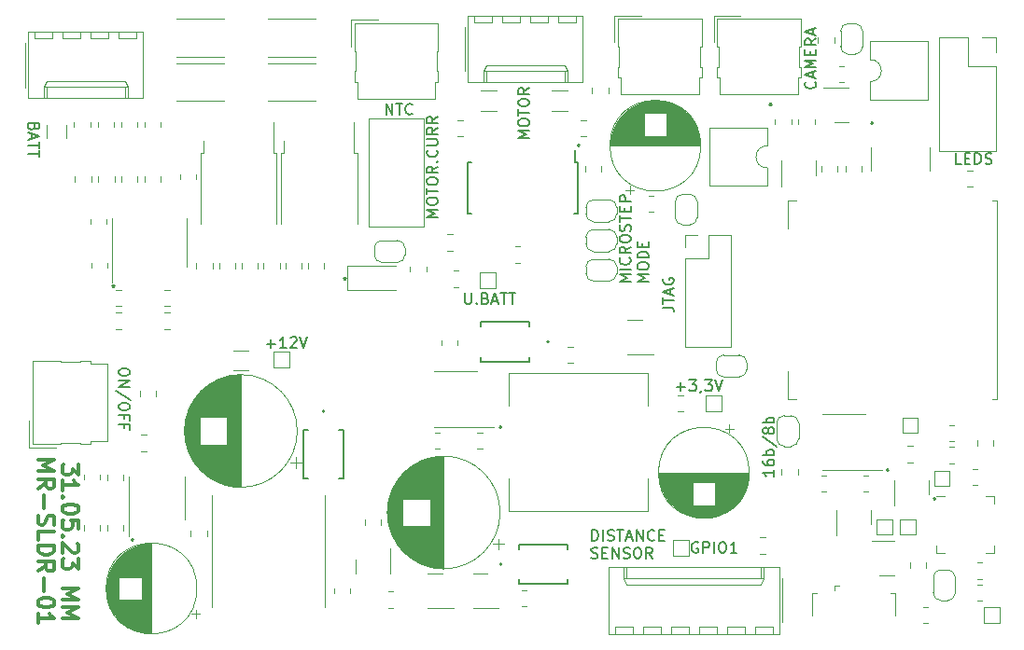
<source format=gbr>
%TF.GenerationSoftware,KiCad,Pcbnew,7.0.5-7.0.5~ubuntu22.04.1*%
%TF.CreationDate,2023-06-06T13:21:44+02:00*%
%TF.ProjectId,MR-SLDR-01,4d522d53-4c44-4522-9d30-312e6b696361,rev?*%
%TF.SameCoordinates,Original*%
%TF.FileFunction,Legend,Top*%
%TF.FilePolarity,Positive*%
%FSLAX46Y46*%
G04 Gerber Fmt 4.6, Leading zero omitted, Abs format (unit mm)*
G04 Created by KiCad (PCBNEW 7.0.5-7.0.5~ubuntu22.04.1) date 2023-06-06 13:21:44*
%MOMM*%
%LPD*%
G01*
G04 APERTURE LIST*
%ADD10C,0.200000*%
%ADD11C,0.250000*%
%ADD12C,0.150000*%
%ADD13C,0.300000*%
%ADD14C,0.120000*%
%ADD15C,0.127000*%
G04 APERTURE END LIST*
D10*
X97756590Y-91503006D02*
X97708971Y-91645863D01*
X97708971Y-91645863D02*
X97661352Y-91693482D01*
X97661352Y-91693482D02*
X97566114Y-91741101D01*
X97566114Y-91741101D02*
X97423257Y-91741101D01*
X97423257Y-91741101D02*
X97328019Y-91693482D01*
X97328019Y-91693482D02*
X97280400Y-91645863D01*
X97280400Y-91645863D02*
X97232780Y-91550625D01*
X97232780Y-91550625D02*
X97232780Y-91169673D01*
X97232780Y-91169673D02*
X98232780Y-91169673D01*
X98232780Y-91169673D02*
X98232780Y-91503006D01*
X98232780Y-91503006D02*
X98185161Y-91598244D01*
X98185161Y-91598244D02*
X98137542Y-91645863D01*
X98137542Y-91645863D02*
X98042304Y-91693482D01*
X98042304Y-91693482D02*
X97947066Y-91693482D01*
X97947066Y-91693482D02*
X97851828Y-91645863D01*
X97851828Y-91645863D02*
X97804209Y-91598244D01*
X97804209Y-91598244D02*
X97756590Y-91503006D01*
X97756590Y-91503006D02*
X97756590Y-91169673D01*
X97518495Y-92122054D02*
X97518495Y-92598244D01*
X97232780Y-92026816D02*
X98232780Y-92360149D01*
X98232780Y-92360149D02*
X97232780Y-92693482D01*
X98232780Y-92883959D02*
X98232780Y-93455387D01*
X97232780Y-93169673D02*
X98232780Y-93169673D01*
X98232780Y-93645864D02*
X98232780Y-94217292D01*
X97232780Y-93931578D02*
X98232780Y-93931578D01*
X106432780Y-113660149D02*
X106432780Y-113850625D01*
X106432780Y-113850625D02*
X106385161Y-113945863D01*
X106385161Y-113945863D02*
X106289923Y-114041101D01*
X106289923Y-114041101D02*
X106099447Y-114088720D01*
X106099447Y-114088720D02*
X105766114Y-114088720D01*
X105766114Y-114088720D02*
X105575638Y-114041101D01*
X105575638Y-114041101D02*
X105480400Y-113945863D01*
X105480400Y-113945863D02*
X105432780Y-113850625D01*
X105432780Y-113850625D02*
X105432780Y-113660149D01*
X105432780Y-113660149D02*
X105480400Y-113564911D01*
X105480400Y-113564911D02*
X105575638Y-113469673D01*
X105575638Y-113469673D02*
X105766114Y-113422054D01*
X105766114Y-113422054D02*
X106099447Y-113422054D01*
X106099447Y-113422054D02*
X106289923Y-113469673D01*
X106289923Y-113469673D02*
X106385161Y-113564911D01*
X106385161Y-113564911D02*
X106432780Y-113660149D01*
X105432780Y-114517292D02*
X106432780Y-114517292D01*
X106432780Y-114517292D02*
X105432780Y-115088720D01*
X105432780Y-115088720D02*
X106432780Y-115088720D01*
X106480400Y-116279196D02*
X105194685Y-115422054D01*
X106432780Y-116803006D02*
X106432780Y-116993482D01*
X106432780Y-116993482D02*
X106385161Y-117088720D01*
X106385161Y-117088720D02*
X106289923Y-117183958D01*
X106289923Y-117183958D02*
X106099447Y-117231577D01*
X106099447Y-117231577D02*
X105766114Y-117231577D01*
X105766114Y-117231577D02*
X105575638Y-117183958D01*
X105575638Y-117183958D02*
X105480400Y-117088720D01*
X105480400Y-117088720D02*
X105432780Y-116993482D01*
X105432780Y-116993482D02*
X105432780Y-116803006D01*
X105432780Y-116803006D02*
X105480400Y-116707768D01*
X105480400Y-116707768D02*
X105575638Y-116612530D01*
X105575638Y-116612530D02*
X105766114Y-116564911D01*
X105766114Y-116564911D02*
X106099447Y-116564911D01*
X106099447Y-116564911D02*
X106289923Y-116612530D01*
X106289923Y-116612530D02*
X106385161Y-116707768D01*
X106385161Y-116707768D02*
X106432780Y-116803006D01*
X105956590Y-117993482D02*
X105956590Y-117660149D01*
X105432780Y-117660149D02*
X106432780Y-117660149D01*
X106432780Y-117660149D02*
X106432780Y-118136339D01*
X105956590Y-118850625D02*
X105956590Y-118517292D01*
X105432780Y-118517292D02*
X106432780Y-118517292D01*
X106432780Y-118517292D02*
X106432780Y-118993482D01*
D11*
X106602568Y-128894380D02*
X106650187Y-128942000D01*
X106650187Y-128942000D02*
X106602568Y-128989619D01*
X106602568Y-128989619D02*
X106554949Y-128942000D01*
X106554949Y-128942000D02*
X106602568Y-128894380D01*
X106602568Y-128894380D02*
X106602568Y-128989619D01*
D12*
X148336779Y-129059819D02*
X148336779Y-128059819D01*
X148336779Y-128059819D02*
X148574874Y-128059819D01*
X148574874Y-128059819D02*
X148717731Y-128107438D01*
X148717731Y-128107438D02*
X148812969Y-128202676D01*
X148812969Y-128202676D02*
X148860588Y-128297914D01*
X148860588Y-128297914D02*
X148908207Y-128488390D01*
X148908207Y-128488390D02*
X148908207Y-128631247D01*
X148908207Y-128631247D02*
X148860588Y-128821723D01*
X148860588Y-128821723D02*
X148812969Y-128916961D01*
X148812969Y-128916961D02*
X148717731Y-129012200D01*
X148717731Y-129012200D02*
X148574874Y-129059819D01*
X148574874Y-129059819D02*
X148336779Y-129059819D01*
X149336779Y-129059819D02*
X149336779Y-128059819D01*
X149765350Y-129012200D02*
X149908207Y-129059819D01*
X149908207Y-129059819D02*
X150146302Y-129059819D01*
X150146302Y-129059819D02*
X150241540Y-129012200D01*
X150241540Y-129012200D02*
X150289159Y-128964580D01*
X150289159Y-128964580D02*
X150336778Y-128869342D01*
X150336778Y-128869342D02*
X150336778Y-128774104D01*
X150336778Y-128774104D02*
X150289159Y-128678866D01*
X150289159Y-128678866D02*
X150241540Y-128631247D01*
X150241540Y-128631247D02*
X150146302Y-128583628D01*
X150146302Y-128583628D02*
X149955826Y-128536009D01*
X149955826Y-128536009D02*
X149860588Y-128488390D01*
X149860588Y-128488390D02*
X149812969Y-128440771D01*
X149812969Y-128440771D02*
X149765350Y-128345533D01*
X149765350Y-128345533D02*
X149765350Y-128250295D01*
X149765350Y-128250295D02*
X149812969Y-128155057D01*
X149812969Y-128155057D02*
X149860588Y-128107438D01*
X149860588Y-128107438D02*
X149955826Y-128059819D01*
X149955826Y-128059819D02*
X150193921Y-128059819D01*
X150193921Y-128059819D02*
X150336778Y-128107438D01*
X150622493Y-128059819D02*
X151193921Y-128059819D01*
X150908207Y-129059819D02*
X150908207Y-128059819D01*
X151479636Y-128774104D02*
X151955826Y-128774104D01*
X151384398Y-129059819D02*
X151717731Y-128059819D01*
X151717731Y-128059819D02*
X152051064Y-129059819D01*
X152384398Y-129059819D02*
X152384398Y-128059819D01*
X152384398Y-128059819D02*
X152955826Y-129059819D01*
X152955826Y-129059819D02*
X152955826Y-128059819D01*
X154003445Y-128964580D02*
X153955826Y-129012200D01*
X153955826Y-129012200D02*
X153812969Y-129059819D01*
X153812969Y-129059819D02*
X153717731Y-129059819D01*
X153717731Y-129059819D02*
X153574874Y-129012200D01*
X153574874Y-129012200D02*
X153479636Y-128916961D01*
X153479636Y-128916961D02*
X153432017Y-128821723D01*
X153432017Y-128821723D02*
X153384398Y-128631247D01*
X153384398Y-128631247D02*
X153384398Y-128488390D01*
X153384398Y-128488390D02*
X153432017Y-128297914D01*
X153432017Y-128297914D02*
X153479636Y-128202676D01*
X153479636Y-128202676D02*
X153574874Y-128107438D01*
X153574874Y-128107438D02*
X153717731Y-128059819D01*
X153717731Y-128059819D02*
X153812969Y-128059819D01*
X153812969Y-128059819D02*
X153955826Y-128107438D01*
X153955826Y-128107438D02*
X154003445Y-128155057D01*
X154432017Y-128536009D02*
X154765350Y-128536009D01*
X154908207Y-129059819D02*
X154432017Y-129059819D01*
X154432017Y-129059819D02*
X154432017Y-128059819D01*
X154432017Y-128059819D02*
X154908207Y-128059819D01*
X148289160Y-130622200D02*
X148432017Y-130669819D01*
X148432017Y-130669819D02*
X148670112Y-130669819D01*
X148670112Y-130669819D02*
X148765350Y-130622200D01*
X148765350Y-130622200D02*
X148812969Y-130574580D01*
X148812969Y-130574580D02*
X148860588Y-130479342D01*
X148860588Y-130479342D02*
X148860588Y-130384104D01*
X148860588Y-130384104D02*
X148812969Y-130288866D01*
X148812969Y-130288866D02*
X148765350Y-130241247D01*
X148765350Y-130241247D02*
X148670112Y-130193628D01*
X148670112Y-130193628D02*
X148479636Y-130146009D01*
X148479636Y-130146009D02*
X148384398Y-130098390D01*
X148384398Y-130098390D02*
X148336779Y-130050771D01*
X148336779Y-130050771D02*
X148289160Y-129955533D01*
X148289160Y-129955533D02*
X148289160Y-129860295D01*
X148289160Y-129860295D02*
X148336779Y-129765057D01*
X148336779Y-129765057D02*
X148384398Y-129717438D01*
X148384398Y-129717438D02*
X148479636Y-129669819D01*
X148479636Y-129669819D02*
X148717731Y-129669819D01*
X148717731Y-129669819D02*
X148860588Y-129717438D01*
X149289160Y-130146009D02*
X149622493Y-130146009D01*
X149765350Y-130669819D02*
X149289160Y-130669819D01*
X149289160Y-130669819D02*
X149289160Y-129669819D01*
X149289160Y-129669819D02*
X149765350Y-129669819D01*
X150193922Y-130669819D02*
X150193922Y-129669819D01*
X150193922Y-129669819D02*
X150765350Y-130669819D01*
X150765350Y-130669819D02*
X150765350Y-129669819D01*
X151193922Y-130622200D02*
X151336779Y-130669819D01*
X151336779Y-130669819D02*
X151574874Y-130669819D01*
X151574874Y-130669819D02*
X151670112Y-130622200D01*
X151670112Y-130622200D02*
X151717731Y-130574580D01*
X151717731Y-130574580D02*
X151765350Y-130479342D01*
X151765350Y-130479342D02*
X151765350Y-130384104D01*
X151765350Y-130384104D02*
X151717731Y-130288866D01*
X151717731Y-130288866D02*
X151670112Y-130241247D01*
X151670112Y-130241247D02*
X151574874Y-130193628D01*
X151574874Y-130193628D02*
X151384398Y-130146009D01*
X151384398Y-130146009D02*
X151289160Y-130098390D01*
X151289160Y-130098390D02*
X151241541Y-130050771D01*
X151241541Y-130050771D02*
X151193922Y-129955533D01*
X151193922Y-129955533D02*
X151193922Y-129860295D01*
X151193922Y-129860295D02*
X151241541Y-129765057D01*
X151241541Y-129765057D02*
X151289160Y-129717438D01*
X151289160Y-129717438D02*
X151384398Y-129669819D01*
X151384398Y-129669819D02*
X151622493Y-129669819D01*
X151622493Y-129669819D02*
X151765350Y-129717438D01*
X152384398Y-129669819D02*
X152574874Y-129669819D01*
X152574874Y-129669819D02*
X152670112Y-129717438D01*
X152670112Y-129717438D02*
X152765350Y-129812676D01*
X152765350Y-129812676D02*
X152812969Y-130003152D01*
X152812969Y-130003152D02*
X152812969Y-130336485D01*
X152812969Y-130336485D02*
X152765350Y-130526961D01*
X152765350Y-130526961D02*
X152670112Y-130622200D01*
X152670112Y-130622200D02*
X152574874Y-130669819D01*
X152574874Y-130669819D02*
X152384398Y-130669819D01*
X152384398Y-130669819D02*
X152289160Y-130622200D01*
X152289160Y-130622200D02*
X152193922Y-130526961D01*
X152193922Y-130526961D02*
X152146303Y-130336485D01*
X152146303Y-130336485D02*
X152146303Y-130003152D01*
X152146303Y-130003152D02*
X152193922Y-129812676D01*
X152193922Y-129812676D02*
X152289160Y-129717438D01*
X152289160Y-129717438D02*
X152384398Y-129669819D01*
X153812969Y-130669819D02*
X153479636Y-130193628D01*
X153241541Y-130669819D02*
X153241541Y-129669819D01*
X153241541Y-129669819D02*
X153622493Y-129669819D01*
X153622493Y-129669819D02*
X153717731Y-129717438D01*
X153717731Y-129717438D02*
X153765350Y-129765057D01*
X153765350Y-129765057D02*
X153812969Y-129860295D01*
X153812969Y-129860295D02*
X153812969Y-130003152D01*
X153812969Y-130003152D02*
X153765350Y-130098390D01*
X153765350Y-130098390D02*
X153717731Y-130146009D01*
X153717731Y-130146009D02*
X153622493Y-130193628D01*
X153622493Y-130193628D02*
X153241541Y-130193628D01*
D11*
X164502568Y-89369380D02*
X164550187Y-89417000D01*
X164550187Y-89417000D02*
X164502568Y-89464619D01*
X164502568Y-89464619D02*
X164454949Y-89417000D01*
X164454949Y-89417000D02*
X164502568Y-89369380D01*
X164502568Y-89369380D02*
X164502568Y-89464619D01*
X175102568Y-122569380D02*
X175150187Y-122617000D01*
X175150187Y-122617000D02*
X175102568Y-122664619D01*
X175102568Y-122664619D02*
X175054949Y-122617000D01*
X175054949Y-122617000D02*
X175102568Y-122569380D01*
X175102568Y-122569380D02*
X175102568Y-122664619D01*
X125902568Y-105169380D02*
X125950187Y-105217000D01*
X125950187Y-105217000D02*
X125902568Y-105264619D01*
X125902568Y-105264619D02*
X125854949Y-105217000D01*
X125854949Y-105217000D02*
X125902568Y-105169380D01*
X125902568Y-105169380D02*
X125902568Y-105264619D01*
D10*
X181845863Y-94867219D02*
X181369673Y-94867219D01*
X181369673Y-94867219D02*
X181369673Y-93867219D01*
X182179197Y-94343409D02*
X182512530Y-94343409D01*
X182655387Y-94867219D02*
X182179197Y-94867219D01*
X182179197Y-94867219D02*
X182179197Y-93867219D01*
X182179197Y-93867219D02*
X182655387Y-93867219D01*
X183083959Y-94867219D02*
X183083959Y-93867219D01*
X183083959Y-93867219D02*
X183322054Y-93867219D01*
X183322054Y-93867219D02*
X183464911Y-93914838D01*
X183464911Y-93914838D02*
X183560149Y-94010076D01*
X183560149Y-94010076D02*
X183607768Y-94105314D01*
X183607768Y-94105314D02*
X183655387Y-94295790D01*
X183655387Y-94295790D02*
X183655387Y-94438647D01*
X183655387Y-94438647D02*
X183607768Y-94629123D01*
X183607768Y-94629123D02*
X183560149Y-94724361D01*
X183560149Y-94724361D02*
X183464911Y-94819600D01*
X183464911Y-94819600D02*
X183322054Y-94867219D01*
X183322054Y-94867219D02*
X183083959Y-94867219D01*
X184036340Y-94819600D02*
X184179197Y-94867219D01*
X184179197Y-94867219D02*
X184417292Y-94867219D01*
X184417292Y-94867219D02*
X184512530Y-94819600D01*
X184512530Y-94819600D02*
X184560149Y-94771980D01*
X184560149Y-94771980D02*
X184607768Y-94676742D01*
X184607768Y-94676742D02*
X184607768Y-94581504D01*
X184607768Y-94581504D02*
X184560149Y-94486266D01*
X184560149Y-94486266D02*
X184512530Y-94438647D01*
X184512530Y-94438647D02*
X184417292Y-94391028D01*
X184417292Y-94391028D02*
X184226816Y-94343409D01*
X184226816Y-94343409D02*
X184131578Y-94295790D01*
X184131578Y-94295790D02*
X184083959Y-94248171D01*
X184083959Y-94248171D02*
X184036340Y-94152933D01*
X184036340Y-94152933D02*
X184036340Y-94057695D01*
X184036340Y-94057695D02*
X184083959Y-93962457D01*
X184083959Y-93962457D02*
X184131578Y-93914838D01*
X184131578Y-93914838D02*
X184226816Y-93867219D01*
X184226816Y-93867219D02*
X184464911Y-93867219D01*
X184464911Y-93867219D02*
X184607768Y-93914838D01*
X129669673Y-90367219D02*
X129669673Y-89367219D01*
X129669673Y-89367219D02*
X130241101Y-90367219D01*
X130241101Y-90367219D02*
X130241101Y-89367219D01*
X130574435Y-89367219D02*
X131145863Y-89367219D01*
X130860149Y-90367219D02*
X130860149Y-89367219D01*
X132050625Y-90271980D02*
X132003006Y-90319600D01*
X132003006Y-90319600D02*
X131860149Y-90367219D01*
X131860149Y-90367219D02*
X131764911Y-90367219D01*
X131764911Y-90367219D02*
X131622054Y-90319600D01*
X131622054Y-90319600D02*
X131526816Y-90224361D01*
X131526816Y-90224361D02*
X131479197Y-90129123D01*
X131479197Y-90129123D02*
X131431578Y-89938647D01*
X131431578Y-89938647D02*
X131431578Y-89795790D01*
X131431578Y-89795790D02*
X131479197Y-89605314D01*
X131479197Y-89605314D02*
X131526816Y-89510076D01*
X131526816Y-89510076D02*
X131622054Y-89414838D01*
X131622054Y-89414838D02*
X131764911Y-89367219D01*
X131764911Y-89367219D02*
X131860149Y-89367219D01*
X131860149Y-89367219D02*
X132003006Y-89414838D01*
X132003006Y-89414838D02*
X132050625Y-89462457D01*
D11*
X140002568Y-118669380D02*
X140050187Y-118717000D01*
X140050187Y-118717000D02*
X140002568Y-118764619D01*
X140002568Y-118764619D02*
X139954949Y-118717000D01*
X139954949Y-118717000D02*
X140002568Y-118669380D01*
X140002568Y-118669380D02*
X140002568Y-118764619D01*
X179402568Y-125169380D02*
X179450187Y-125217000D01*
X179450187Y-125217000D02*
X179402568Y-125264619D01*
X179402568Y-125264619D02*
X179354949Y-125217000D01*
X179354949Y-125217000D02*
X179402568Y-125169380D01*
X179402568Y-125169380D02*
X179402568Y-125264619D01*
D12*
X136836779Y-106569819D02*
X136836779Y-107379342D01*
X136836779Y-107379342D02*
X136884398Y-107474580D01*
X136884398Y-107474580D02*
X136932017Y-107522200D01*
X136932017Y-107522200D02*
X137027255Y-107569819D01*
X137027255Y-107569819D02*
X137217731Y-107569819D01*
X137217731Y-107569819D02*
X137312969Y-107522200D01*
X137312969Y-107522200D02*
X137360588Y-107474580D01*
X137360588Y-107474580D02*
X137408207Y-107379342D01*
X137408207Y-107379342D02*
X137408207Y-106569819D01*
X137884398Y-107474580D02*
X137932017Y-107522200D01*
X137932017Y-107522200D02*
X137884398Y-107569819D01*
X137884398Y-107569819D02*
X137836779Y-107522200D01*
X137836779Y-107522200D02*
X137884398Y-107474580D01*
X137884398Y-107474580D02*
X137884398Y-107569819D01*
X138693921Y-107046009D02*
X138836778Y-107093628D01*
X138836778Y-107093628D02*
X138884397Y-107141247D01*
X138884397Y-107141247D02*
X138932016Y-107236485D01*
X138932016Y-107236485D02*
X138932016Y-107379342D01*
X138932016Y-107379342D02*
X138884397Y-107474580D01*
X138884397Y-107474580D02*
X138836778Y-107522200D01*
X138836778Y-107522200D02*
X138741540Y-107569819D01*
X138741540Y-107569819D02*
X138360588Y-107569819D01*
X138360588Y-107569819D02*
X138360588Y-106569819D01*
X138360588Y-106569819D02*
X138693921Y-106569819D01*
X138693921Y-106569819D02*
X138789159Y-106617438D01*
X138789159Y-106617438D02*
X138836778Y-106665057D01*
X138836778Y-106665057D02*
X138884397Y-106760295D01*
X138884397Y-106760295D02*
X138884397Y-106855533D01*
X138884397Y-106855533D02*
X138836778Y-106950771D01*
X138836778Y-106950771D02*
X138789159Y-106998390D01*
X138789159Y-106998390D02*
X138693921Y-107046009D01*
X138693921Y-107046009D02*
X138360588Y-107046009D01*
X139312969Y-107284104D02*
X139789159Y-107284104D01*
X139217731Y-107569819D02*
X139551064Y-106569819D01*
X139551064Y-106569819D02*
X139884397Y-107569819D01*
X140074874Y-106569819D02*
X140646302Y-106569819D01*
X140360588Y-107569819D02*
X140360588Y-106569819D01*
X140836779Y-106569819D02*
X141408207Y-106569819D01*
X141122493Y-107569819D02*
X141122493Y-106569819D01*
D11*
X104902568Y-105869380D02*
X104950187Y-105917000D01*
X104950187Y-105917000D02*
X104902568Y-105964619D01*
X104902568Y-105964619D02*
X104854949Y-105917000D01*
X104854949Y-105917000D02*
X104902568Y-105869380D01*
X104902568Y-105869380D02*
X104902568Y-105964619D01*
X173702568Y-91069380D02*
X173750187Y-91117000D01*
X173750187Y-91117000D02*
X173702568Y-91164619D01*
X173702568Y-91164619D02*
X173654949Y-91117000D01*
X173654949Y-91117000D02*
X173702568Y-91069380D01*
X173702568Y-91069380D02*
X173702568Y-91164619D01*
D13*
X98099171Y-121754510D02*
X99599171Y-121754510D01*
X99599171Y-121754510D02*
X98527742Y-122254510D01*
X98527742Y-122254510D02*
X99599171Y-122754510D01*
X99599171Y-122754510D02*
X98099171Y-122754510D01*
X98099171Y-124325939D02*
X98813457Y-123825939D01*
X98099171Y-123468796D02*
X99599171Y-123468796D01*
X99599171Y-123468796D02*
X99599171Y-124040225D01*
X99599171Y-124040225D02*
X99527742Y-124183082D01*
X99527742Y-124183082D02*
X99456314Y-124254511D01*
X99456314Y-124254511D02*
X99313457Y-124325939D01*
X99313457Y-124325939D02*
X99099171Y-124325939D01*
X99099171Y-124325939D02*
X98956314Y-124254511D01*
X98956314Y-124254511D02*
X98884885Y-124183082D01*
X98884885Y-124183082D02*
X98813457Y-124040225D01*
X98813457Y-124040225D02*
X98813457Y-123468796D01*
X98670600Y-124968796D02*
X98670600Y-126111654D01*
X98170600Y-126754511D02*
X98099171Y-126968797D01*
X98099171Y-126968797D02*
X98099171Y-127325939D01*
X98099171Y-127325939D02*
X98170600Y-127468797D01*
X98170600Y-127468797D02*
X98242028Y-127540225D01*
X98242028Y-127540225D02*
X98384885Y-127611654D01*
X98384885Y-127611654D02*
X98527742Y-127611654D01*
X98527742Y-127611654D02*
X98670600Y-127540225D01*
X98670600Y-127540225D02*
X98742028Y-127468797D01*
X98742028Y-127468797D02*
X98813457Y-127325939D01*
X98813457Y-127325939D02*
X98884885Y-127040225D01*
X98884885Y-127040225D02*
X98956314Y-126897368D01*
X98956314Y-126897368D02*
X99027742Y-126825939D01*
X99027742Y-126825939D02*
X99170600Y-126754511D01*
X99170600Y-126754511D02*
X99313457Y-126754511D01*
X99313457Y-126754511D02*
X99456314Y-126825939D01*
X99456314Y-126825939D02*
X99527742Y-126897368D01*
X99527742Y-126897368D02*
X99599171Y-127040225D01*
X99599171Y-127040225D02*
X99599171Y-127397368D01*
X99599171Y-127397368D02*
X99527742Y-127611654D01*
X98099171Y-128968796D02*
X98099171Y-128254510D01*
X98099171Y-128254510D02*
X99599171Y-128254510D01*
X98099171Y-129468796D02*
X99599171Y-129468796D01*
X99599171Y-129468796D02*
X99599171Y-129825939D01*
X99599171Y-129825939D02*
X99527742Y-130040225D01*
X99527742Y-130040225D02*
X99384885Y-130183082D01*
X99384885Y-130183082D02*
X99242028Y-130254511D01*
X99242028Y-130254511D02*
X98956314Y-130325939D01*
X98956314Y-130325939D02*
X98742028Y-130325939D01*
X98742028Y-130325939D02*
X98456314Y-130254511D01*
X98456314Y-130254511D02*
X98313457Y-130183082D01*
X98313457Y-130183082D02*
X98170600Y-130040225D01*
X98170600Y-130040225D02*
X98099171Y-129825939D01*
X98099171Y-129825939D02*
X98099171Y-129468796D01*
X98099171Y-131825939D02*
X98813457Y-131325939D01*
X98099171Y-130968796D02*
X99599171Y-130968796D01*
X99599171Y-130968796D02*
X99599171Y-131540225D01*
X99599171Y-131540225D02*
X99527742Y-131683082D01*
X99527742Y-131683082D02*
X99456314Y-131754511D01*
X99456314Y-131754511D02*
X99313457Y-131825939D01*
X99313457Y-131825939D02*
X99099171Y-131825939D01*
X99099171Y-131825939D02*
X98956314Y-131754511D01*
X98956314Y-131754511D02*
X98884885Y-131683082D01*
X98884885Y-131683082D02*
X98813457Y-131540225D01*
X98813457Y-131540225D02*
X98813457Y-130968796D01*
X98670600Y-132468796D02*
X98670600Y-133611654D01*
X99599171Y-134611654D02*
X99599171Y-134754511D01*
X99599171Y-134754511D02*
X99527742Y-134897368D01*
X99527742Y-134897368D02*
X99456314Y-134968797D01*
X99456314Y-134968797D02*
X99313457Y-135040225D01*
X99313457Y-135040225D02*
X99027742Y-135111654D01*
X99027742Y-135111654D02*
X98670600Y-135111654D01*
X98670600Y-135111654D02*
X98384885Y-135040225D01*
X98384885Y-135040225D02*
X98242028Y-134968797D01*
X98242028Y-134968797D02*
X98170600Y-134897368D01*
X98170600Y-134897368D02*
X98099171Y-134754511D01*
X98099171Y-134754511D02*
X98099171Y-134611654D01*
X98099171Y-134611654D02*
X98170600Y-134468797D01*
X98170600Y-134468797D02*
X98242028Y-134397368D01*
X98242028Y-134397368D02*
X98384885Y-134325939D01*
X98384885Y-134325939D02*
X98670600Y-134254511D01*
X98670600Y-134254511D02*
X99027742Y-134254511D01*
X99027742Y-134254511D02*
X99313457Y-134325939D01*
X99313457Y-134325939D02*
X99456314Y-134397368D01*
X99456314Y-134397368D02*
X99527742Y-134468797D01*
X99527742Y-134468797D02*
X99599171Y-134611654D01*
X98099171Y-136540225D02*
X98099171Y-135683082D01*
X98099171Y-136111653D02*
X99599171Y-136111653D01*
X99599171Y-136111653D02*
X99384885Y-135968796D01*
X99384885Y-135968796D02*
X99242028Y-135825939D01*
X99242028Y-135825939D02*
X99170600Y-135683082D01*
D11*
X147102568Y-93069380D02*
X147150187Y-93117000D01*
X147150187Y-93117000D02*
X147102568Y-93164619D01*
X147102568Y-93164619D02*
X147054949Y-93117000D01*
X147054949Y-93117000D02*
X147102568Y-93069380D01*
X147102568Y-93069380D02*
X147102568Y-93164619D01*
D12*
X168574580Y-87391792D02*
X168622200Y-87439411D01*
X168622200Y-87439411D02*
X168669819Y-87582268D01*
X168669819Y-87582268D02*
X168669819Y-87677506D01*
X168669819Y-87677506D02*
X168622200Y-87820363D01*
X168622200Y-87820363D02*
X168526961Y-87915601D01*
X168526961Y-87915601D02*
X168431723Y-87963220D01*
X168431723Y-87963220D02*
X168241247Y-88010839D01*
X168241247Y-88010839D02*
X168098390Y-88010839D01*
X168098390Y-88010839D02*
X167907914Y-87963220D01*
X167907914Y-87963220D02*
X167812676Y-87915601D01*
X167812676Y-87915601D02*
X167717438Y-87820363D01*
X167717438Y-87820363D02*
X167669819Y-87677506D01*
X167669819Y-87677506D02*
X167669819Y-87582268D01*
X167669819Y-87582268D02*
X167717438Y-87439411D01*
X167717438Y-87439411D02*
X167765057Y-87391792D01*
X168384104Y-87010839D02*
X168384104Y-86534649D01*
X168669819Y-87106077D02*
X167669819Y-86772744D01*
X167669819Y-86772744D02*
X168669819Y-86439411D01*
X168669819Y-86106077D02*
X167669819Y-86106077D01*
X167669819Y-86106077D02*
X168384104Y-85772744D01*
X168384104Y-85772744D02*
X167669819Y-85439411D01*
X167669819Y-85439411D02*
X168669819Y-85439411D01*
X168146009Y-84963220D02*
X168146009Y-84629887D01*
X168669819Y-84487030D02*
X168669819Y-84963220D01*
X168669819Y-84963220D02*
X167669819Y-84963220D01*
X167669819Y-84963220D02*
X167669819Y-84487030D01*
X168669819Y-83487030D02*
X168193628Y-83820363D01*
X168669819Y-84058458D02*
X167669819Y-84058458D01*
X167669819Y-84058458D02*
X167669819Y-83677506D01*
X167669819Y-83677506D02*
X167717438Y-83582268D01*
X167717438Y-83582268D02*
X167765057Y-83534649D01*
X167765057Y-83534649D02*
X167860295Y-83487030D01*
X167860295Y-83487030D02*
X168003152Y-83487030D01*
X168003152Y-83487030D02*
X168098390Y-83534649D01*
X168098390Y-83534649D02*
X168146009Y-83582268D01*
X168146009Y-83582268D02*
X168193628Y-83677506D01*
X168193628Y-83677506D02*
X168193628Y-84058458D01*
X168384104Y-83106077D02*
X168384104Y-82629887D01*
X168669819Y-83201315D02*
X167669819Y-82867982D01*
X167669819Y-82867982D02*
X168669819Y-82534649D01*
D10*
X118869673Y-111186266D02*
X119631578Y-111186266D01*
X119250625Y-111567219D02*
X119250625Y-110805314D01*
X120631577Y-111567219D02*
X120060149Y-111567219D01*
X120345863Y-111567219D02*
X120345863Y-110567219D01*
X120345863Y-110567219D02*
X120250625Y-110710076D01*
X120250625Y-110710076D02*
X120155387Y-110805314D01*
X120155387Y-110805314D02*
X120060149Y-110852933D01*
X121012530Y-110662457D02*
X121060149Y-110614838D01*
X121060149Y-110614838D02*
X121155387Y-110567219D01*
X121155387Y-110567219D02*
X121393482Y-110567219D01*
X121393482Y-110567219D02*
X121488720Y-110614838D01*
X121488720Y-110614838D02*
X121536339Y-110662457D01*
X121536339Y-110662457D02*
X121583958Y-110757695D01*
X121583958Y-110757695D02*
X121583958Y-110852933D01*
X121583958Y-110852933D02*
X121536339Y-110995790D01*
X121536339Y-110995790D02*
X120964911Y-111567219D01*
X120964911Y-111567219D02*
X121583958Y-111567219D01*
X121869673Y-110567219D02*
X122203006Y-111567219D01*
X122203006Y-111567219D02*
X122536339Y-110567219D01*
D12*
X164869819Y-122639411D02*
X164869819Y-123210839D01*
X164869819Y-122925125D02*
X163869819Y-122925125D01*
X163869819Y-122925125D02*
X164012676Y-123020363D01*
X164012676Y-123020363D02*
X164107914Y-123115601D01*
X164107914Y-123115601D02*
X164155533Y-123210839D01*
X163869819Y-121782268D02*
X163869819Y-121972744D01*
X163869819Y-121972744D02*
X163917438Y-122067982D01*
X163917438Y-122067982D02*
X163965057Y-122115601D01*
X163965057Y-122115601D02*
X164107914Y-122210839D01*
X164107914Y-122210839D02*
X164298390Y-122258458D01*
X164298390Y-122258458D02*
X164679342Y-122258458D01*
X164679342Y-122258458D02*
X164774580Y-122210839D01*
X164774580Y-122210839D02*
X164822200Y-122163220D01*
X164822200Y-122163220D02*
X164869819Y-122067982D01*
X164869819Y-122067982D02*
X164869819Y-121877506D01*
X164869819Y-121877506D02*
X164822200Y-121782268D01*
X164822200Y-121782268D02*
X164774580Y-121734649D01*
X164774580Y-121734649D02*
X164679342Y-121687030D01*
X164679342Y-121687030D02*
X164441247Y-121687030D01*
X164441247Y-121687030D02*
X164346009Y-121734649D01*
X164346009Y-121734649D02*
X164298390Y-121782268D01*
X164298390Y-121782268D02*
X164250771Y-121877506D01*
X164250771Y-121877506D02*
X164250771Y-122067982D01*
X164250771Y-122067982D02*
X164298390Y-122163220D01*
X164298390Y-122163220D02*
X164346009Y-122210839D01*
X164346009Y-122210839D02*
X164441247Y-122258458D01*
X164869819Y-121258458D02*
X163869819Y-121258458D01*
X164250771Y-121258458D02*
X164203152Y-121163220D01*
X164203152Y-121163220D02*
X164203152Y-120972744D01*
X164203152Y-120972744D02*
X164250771Y-120877506D01*
X164250771Y-120877506D02*
X164298390Y-120829887D01*
X164298390Y-120829887D02*
X164393628Y-120782268D01*
X164393628Y-120782268D02*
X164679342Y-120782268D01*
X164679342Y-120782268D02*
X164774580Y-120829887D01*
X164774580Y-120829887D02*
X164822200Y-120877506D01*
X164822200Y-120877506D02*
X164869819Y-120972744D01*
X164869819Y-120972744D02*
X164869819Y-121163220D01*
X164869819Y-121163220D02*
X164822200Y-121258458D01*
X163822200Y-119639411D02*
X165107914Y-120496553D01*
X164298390Y-119163220D02*
X164250771Y-119258458D01*
X164250771Y-119258458D02*
X164203152Y-119306077D01*
X164203152Y-119306077D02*
X164107914Y-119353696D01*
X164107914Y-119353696D02*
X164060295Y-119353696D01*
X164060295Y-119353696D02*
X163965057Y-119306077D01*
X163965057Y-119306077D02*
X163917438Y-119258458D01*
X163917438Y-119258458D02*
X163869819Y-119163220D01*
X163869819Y-119163220D02*
X163869819Y-118972744D01*
X163869819Y-118972744D02*
X163917438Y-118877506D01*
X163917438Y-118877506D02*
X163965057Y-118829887D01*
X163965057Y-118829887D02*
X164060295Y-118782268D01*
X164060295Y-118782268D02*
X164107914Y-118782268D01*
X164107914Y-118782268D02*
X164203152Y-118829887D01*
X164203152Y-118829887D02*
X164250771Y-118877506D01*
X164250771Y-118877506D02*
X164298390Y-118972744D01*
X164298390Y-118972744D02*
X164298390Y-119163220D01*
X164298390Y-119163220D02*
X164346009Y-119258458D01*
X164346009Y-119258458D02*
X164393628Y-119306077D01*
X164393628Y-119306077D02*
X164488866Y-119353696D01*
X164488866Y-119353696D02*
X164679342Y-119353696D01*
X164679342Y-119353696D02*
X164774580Y-119306077D01*
X164774580Y-119306077D02*
X164822200Y-119258458D01*
X164822200Y-119258458D02*
X164869819Y-119163220D01*
X164869819Y-119163220D02*
X164869819Y-118972744D01*
X164869819Y-118972744D02*
X164822200Y-118877506D01*
X164822200Y-118877506D02*
X164774580Y-118829887D01*
X164774580Y-118829887D02*
X164679342Y-118782268D01*
X164679342Y-118782268D02*
X164488866Y-118782268D01*
X164488866Y-118782268D02*
X164393628Y-118829887D01*
X164393628Y-118829887D02*
X164346009Y-118877506D01*
X164346009Y-118877506D02*
X164298390Y-118972744D01*
X164869819Y-118353696D02*
X163869819Y-118353696D01*
X164250771Y-118353696D02*
X164203152Y-118258458D01*
X164203152Y-118258458D02*
X164203152Y-118067982D01*
X164203152Y-118067982D02*
X164250771Y-117972744D01*
X164250771Y-117972744D02*
X164298390Y-117925125D01*
X164298390Y-117925125D02*
X164393628Y-117877506D01*
X164393628Y-117877506D02*
X164679342Y-117877506D01*
X164679342Y-117877506D02*
X164774580Y-117925125D01*
X164774580Y-117925125D02*
X164822200Y-117972744D01*
X164822200Y-117972744D02*
X164869819Y-118067982D01*
X164869819Y-118067982D02*
X164869819Y-118258458D01*
X164869819Y-118258458D02*
X164822200Y-118353696D01*
X154769819Y-107877506D02*
X155484104Y-107877506D01*
X155484104Y-107877506D02*
X155626961Y-107925125D01*
X155626961Y-107925125D02*
X155722200Y-108020363D01*
X155722200Y-108020363D02*
X155769819Y-108163220D01*
X155769819Y-108163220D02*
X155769819Y-108258458D01*
X154769819Y-107544172D02*
X154769819Y-106972744D01*
X155769819Y-107258458D02*
X154769819Y-107258458D01*
X155484104Y-106687029D02*
X155484104Y-106210839D01*
X155769819Y-106782267D02*
X154769819Y-106448934D01*
X154769819Y-106448934D02*
X155769819Y-106115601D01*
X154817438Y-105258458D02*
X154769819Y-105353696D01*
X154769819Y-105353696D02*
X154769819Y-105496553D01*
X154769819Y-105496553D02*
X154817438Y-105639410D01*
X154817438Y-105639410D02*
X154912676Y-105734648D01*
X154912676Y-105734648D02*
X155007914Y-105782267D01*
X155007914Y-105782267D02*
X155198390Y-105829886D01*
X155198390Y-105829886D02*
X155341247Y-105829886D01*
X155341247Y-105829886D02*
X155531723Y-105782267D01*
X155531723Y-105782267D02*
X155626961Y-105734648D01*
X155626961Y-105734648D02*
X155722200Y-105639410D01*
X155722200Y-105639410D02*
X155769819Y-105496553D01*
X155769819Y-105496553D02*
X155769819Y-105401315D01*
X155769819Y-105401315D02*
X155722200Y-105258458D01*
X155722200Y-105258458D02*
X155674580Y-105210839D01*
X155674580Y-105210839D02*
X155341247Y-105210839D01*
X155341247Y-105210839D02*
X155341247Y-105401315D01*
D10*
X142667219Y-92530326D02*
X141667219Y-92530326D01*
X141667219Y-92530326D02*
X142381504Y-92196993D01*
X142381504Y-92196993D02*
X141667219Y-91863660D01*
X141667219Y-91863660D02*
X142667219Y-91863660D01*
X141667219Y-91196993D02*
X141667219Y-91006517D01*
X141667219Y-91006517D02*
X141714838Y-90911279D01*
X141714838Y-90911279D02*
X141810076Y-90816041D01*
X141810076Y-90816041D02*
X142000552Y-90768422D01*
X142000552Y-90768422D02*
X142333885Y-90768422D01*
X142333885Y-90768422D02*
X142524361Y-90816041D01*
X142524361Y-90816041D02*
X142619600Y-90911279D01*
X142619600Y-90911279D02*
X142667219Y-91006517D01*
X142667219Y-91006517D02*
X142667219Y-91196993D01*
X142667219Y-91196993D02*
X142619600Y-91292231D01*
X142619600Y-91292231D02*
X142524361Y-91387469D01*
X142524361Y-91387469D02*
X142333885Y-91435088D01*
X142333885Y-91435088D02*
X142000552Y-91435088D01*
X142000552Y-91435088D02*
X141810076Y-91387469D01*
X141810076Y-91387469D02*
X141714838Y-91292231D01*
X141714838Y-91292231D02*
X141667219Y-91196993D01*
X141667219Y-90482707D02*
X141667219Y-89911279D01*
X142667219Y-90196993D02*
X141667219Y-90196993D01*
X141667219Y-89387469D02*
X141667219Y-89196993D01*
X141667219Y-89196993D02*
X141714838Y-89101755D01*
X141714838Y-89101755D02*
X141810076Y-89006517D01*
X141810076Y-89006517D02*
X142000552Y-88958898D01*
X142000552Y-88958898D02*
X142333885Y-88958898D01*
X142333885Y-88958898D02*
X142524361Y-89006517D01*
X142524361Y-89006517D02*
X142619600Y-89101755D01*
X142619600Y-89101755D02*
X142667219Y-89196993D01*
X142667219Y-89196993D02*
X142667219Y-89387469D01*
X142667219Y-89387469D02*
X142619600Y-89482707D01*
X142619600Y-89482707D02*
X142524361Y-89577945D01*
X142524361Y-89577945D02*
X142333885Y-89625564D01*
X142333885Y-89625564D02*
X142000552Y-89625564D01*
X142000552Y-89625564D02*
X141810076Y-89577945D01*
X141810076Y-89577945D02*
X141714838Y-89482707D01*
X141714838Y-89482707D02*
X141667219Y-89387469D01*
X142667219Y-87958898D02*
X142191028Y-88292231D01*
X142667219Y-88530326D02*
X141667219Y-88530326D01*
X141667219Y-88530326D02*
X141667219Y-88149374D01*
X141667219Y-88149374D02*
X141714838Y-88054136D01*
X141714838Y-88054136D02*
X141762457Y-88006517D01*
X141762457Y-88006517D02*
X141857695Y-87958898D01*
X141857695Y-87958898D02*
X142000552Y-87958898D01*
X142000552Y-87958898D02*
X142095790Y-88006517D01*
X142095790Y-88006517D02*
X142143409Y-88054136D01*
X142143409Y-88054136D02*
X142191028Y-88149374D01*
X142191028Y-88149374D02*
X142191028Y-88530326D01*
D12*
X151859819Y-105563220D02*
X150859819Y-105563220D01*
X150859819Y-105563220D02*
X151574104Y-105229887D01*
X151574104Y-105229887D02*
X150859819Y-104896554D01*
X150859819Y-104896554D02*
X151859819Y-104896554D01*
X151859819Y-104420363D02*
X150859819Y-104420363D01*
X151764580Y-103372745D02*
X151812200Y-103420364D01*
X151812200Y-103420364D02*
X151859819Y-103563221D01*
X151859819Y-103563221D02*
X151859819Y-103658459D01*
X151859819Y-103658459D02*
X151812200Y-103801316D01*
X151812200Y-103801316D02*
X151716961Y-103896554D01*
X151716961Y-103896554D02*
X151621723Y-103944173D01*
X151621723Y-103944173D02*
X151431247Y-103991792D01*
X151431247Y-103991792D02*
X151288390Y-103991792D01*
X151288390Y-103991792D02*
X151097914Y-103944173D01*
X151097914Y-103944173D02*
X151002676Y-103896554D01*
X151002676Y-103896554D02*
X150907438Y-103801316D01*
X150907438Y-103801316D02*
X150859819Y-103658459D01*
X150859819Y-103658459D02*
X150859819Y-103563221D01*
X150859819Y-103563221D02*
X150907438Y-103420364D01*
X150907438Y-103420364D02*
X150955057Y-103372745D01*
X151859819Y-102372745D02*
X151383628Y-102706078D01*
X151859819Y-102944173D02*
X150859819Y-102944173D01*
X150859819Y-102944173D02*
X150859819Y-102563221D01*
X150859819Y-102563221D02*
X150907438Y-102467983D01*
X150907438Y-102467983D02*
X150955057Y-102420364D01*
X150955057Y-102420364D02*
X151050295Y-102372745D01*
X151050295Y-102372745D02*
X151193152Y-102372745D01*
X151193152Y-102372745D02*
X151288390Y-102420364D01*
X151288390Y-102420364D02*
X151336009Y-102467983D01*
X151336009Y-102467983D02*
X151383628Y-102563221D01*
X151383628Y-102563221D02*
X151383628Y-102944173D01*
X150859819Y-101753697D02*
X150859819Y-101563221D01*
X150859819Y-101563221D02*
X150907438Y-101467983D01*
X150907438Y-101467983D02*
X151002676Y-101372745D01*
X151002676Y-101372745D02*
X151193152Y-101325126D01*
X151193152Y-101325126D02*
X151526485Y-101325126D01*
X151526485Y-101325126D02*
X151716961Y-101372745D01*
X151716961Y-101372745D02*
X151812200Y-101467983D01*
X151812200Y-101467983D02*
X151859819Y-101563221D01*
X151859819Y-101563221D02*
X151859819Y-101753697D01*
X151859819Y-101753697D02*
X151812200Y-101848935D01*
X151812200Y-101848935D02*
X151716961Y-101944173D01*
X151716961Y-101944173D02*
X151526485Y-101991792D01*
X151526485Y-101991792D02*
X151193152Y-101991792D01*
X151193152Y-101991792D02*
X151002676Y-101944173D01*
X151002676Y-101944173D02*
X150907438Y-101848935D01*
X150907438Y-101848935D02*
X150859819Y-101753697D01*
X151812200Y-100944173D02*
X151859819Y-100801316D01*
X151859819Y-100801316D02*
X151859819Y-100563221D01*
X151859819Y-100563221D02*
X151812200Y-100467983D01*
X151812200Y-100467983D02*
X151764580Y-100420364D01*
X151764580Y-100420364D02*
X151669342Y-100372745D01*
X151669342Y-100372745D02*
X151574104Y-100372745D01*
X151574104Y-100372745D02*
X151478866Y-100420364D01*
X151478866Y-100420364D02*
X151431247Y-100467983D01*
X151431247Y-100467983D02*
X151383628Y-100563221D01*
X151383628Y-100563221D02*
X151336009Y-100753697D01*
X151336009Y-100753697D02*
X151288390Y-100848935D01*
X151288390Y-100848935D02*
X151240771Y-100896554D01*
X151240771Y-100896554D02*
X151145533Y-100944173D01*
X151145533Y-100944173D02*
X151050295Y-100944173D01*
X151050295Y-100944173D02*
X150955057Y-100896554D01*
X150955057Y-100896554D02*
X150907438Y-100848935D01*
X150907438Y-100848935D02*
X150859819Y-100753697D01*
X150859819Y-100753697D02*
X150859819Y-100515602D01*
X150859819Y-100515602D02*
X150907438Y-100372745D01*
X150859819Y-100087030D02*
X150859819Y-99515602D01*
X151859819Y-99801316D02*
X150859819Y-99801316D01*
X151336009Y-99182268D02*
X151336009Y-98848935D01*
X151859819Y-98706078D02*
X151859819Y-99182268D01*
X151859819Y-99182268D02*
X150859819Y-99182268D01*
X150859819Y-99182268D02*
X150859819Y-98706078D01*
X151859819Y-98277506D02*
X150859819Y-98277506D01*
X150859819Y-98277506D02*
X150859819Y-97896554D01*
X150859819Y-97896554D02*
X150907438Y-97801316D01*
X150907438Y-97801316D02*
X150955057Y-97753697D01*
X150955057Y-97753697D02*
X151050295Y-97706078D01*
X151050295Y-97706078D02*
X151193152Y-97706078D01*
X151193152Y-97706078D02*
X151288390Y-97753697D01*
X151288390Y-97753697D02*
X151336009Y-97801316D01*
X151336009Y-97801316D02*
X151383628Y-97896554D01*
X151383628Y-97896554D02*
X151383628Y-98277506D01*
X153469819Y-105563220D02*
X152469819Y-105563220D01*
X152469819Y-105563220D02*
X153184104Y-105229887D01*
X153184104Y-105229887D02*
X152469819Y-104896554D01*
X152469819Y-104896554D02*
X153469819Y-104896554D01*
X152469819Y-104229887D02*
X152469819Y-104039411D01*
X152469819Y-104039411D02*
X152517438Y-103944173D01*
X152517438Y-103944173D02*
X152612676Y-103848935D01*
X152612676Y-103848935D02*
X152803152Y-103801316D01*
X152803152Y-103801316D02*
X153136485Y-103801316D01*
X153136485Y-103801316D02*
X153326961Y-103848935D01*
X153326961Y-103848935D02*
X153422200Y-103944173D01*
X153422200Y-103944173D02*
X153469819Y-104039411D01*
X153469819Y-104039411D02*
X153469819Y-104229887D01*
X153469819Y-104229887D02*
X153422200Y-104325125D01*
X153422200Y-104325125D02*
X153326961Y-104420363D01*
X153326961Y-104420363D02*
X153136485Y-104467982D01*
X153136485Y-104467982D02*
X152803152Y-104467982D01*
X152803152Y-104467982D02*
X152612676Y-104420363D01*
X152612676Y-104420363D02*
X152517438Y-104325125D01*
X152517438Y-104325125D02*
X152469819Y-104229887D01*
X153469819Y-103372744D02*
X152469819Y-103372744D01*
X152469819Y-103372744D02*
X152469819Y-103134649D01*
X152469819Y-103134649D02*
X152517438Y-102991792D01*
X152517438Y-102991792D02*
X152612676Y-102896554D01*
X152612676Y-102896554D02*
X152707914Y-102848935D01*
X152707914Y-102848935D02*
X152898390Y-102801316D01*
X152898390Y-102801316D02*
X153041247Y-102801316D01*
X153041247Y-102801316D02*
X153231723Y-102848935D01*
X153231723Y-102848935D02*
X153326961Y-102896554D01*
X153326961Y-102896554D02*
X153422200Y-102991792D01*
X153422200Y-102991792D02*
X153469819Y-103134649D01*
X153469819Y-103134649D02*
X153469819Y-103372744D01*
X152946009Y-102372744D02*
X152946009Y-102039411D01*
X153469819Y-101896554D02*
X153469819Y-102372744D01*
X153469819Y-102372744D02*
X152469819Y-102372744D01*
X152469819Y-102372744D02*
X152469819Y-101896554D01*
X157960588Y-129217438D02*
X157865350Y-129169819D01*
X157865350Y-129169819D02*
X157722493Y-129169819D01*
X157722493Y-129169819D02*
X157579636Y-129217438D01*
X157579636Y-129217438D02*
X157484398Y-129312676D01*
X157484398Y-129312676D02*
X157436779Y-129407914D01*
X157436779Y-129407914D02*
X157389160Y-129598390D01*
X157389160Y-129598390D02*
X157389160Y-129741247D01*
X157389160Y-129741247D02*
X157436779Y-129931723D01*
X157436779Y-129931723D02*
X157484398Y-130026961D01*
X157484398Y-130026961D02*
X157579636Y-130122200D01*
X157579636Y-130122200D02*
X157722493Y-130169819D01*
X157722493Y-130169819D02*
X157817731Y-130169819D01*
X157817731Y-130169819D02*
X157960588Y-130122200D01*
X157960588Y-130122200D02*
X158008207Y-130074580D01*
X158008207Y-130074580D02*
X158008207Y-129741247D01*
X158008207Y-129741247D02*
X157817731Y-129741247D01*
X158436779Y-130169819D02*
X158436779Y-129169819D01*
X158436779Y-129169819D02*
X158817731Y-129169819D01*
X158817731Y-129169819D02*
X158912969Y-129217438D01*
X158912969Y-129217438D02*
X158960588Y-129265057D01*
X158960588Y-129265057D02*
X159008207Y-129360295D01*
X159008207Y-129360295D02*
X159008207Y-129503152D01*
X159008207Y-129503152D02*
X158960588Y-129598390D01*
X158960588Y-129598390D02*
X158912969Y-129646009D01*
X158912969Y-129646009D02*
X158817731Y-129693628D01*
X158817731Y-129693628D02*
X158436779Y-129693628D01*
X159436779Y-130169819D02*
X159436779Y-129169819D01*
X160103445Y-129169819D02*
X160293921Y-129169819D01*
X160293921Y-129169819D02*
X160389159Y-129217438D01*
X160389159Y-129217438D02*
X160484397Y-129312676D01*
X160484397Y-129312676D02*
X160532016Y-129503152D01*
X160532016Y-129503152D02*
X160532016Y-129836485D01*
X160532016Y-129836485D02*
X160484397Y-130026961D01*
X160484397Y-130026961D02*
X160389159Y-130122200D01*
X160389159Y-130122200D02*
X160293921Y-130169819D01*
X160293921Y-130169819D02*
X160103445Y-130169819D01*
X160103445Y-130169819D02*
X160008207Y-130122200D01*
X160008207Y-130122200D02*
X159912969Y-130026961D01*
X159912969Y-130026961D02*
X159865350Y-129836485D01*
X159865350Y-129836485D02*
X159865350Y-129503152D01*
X159865350Y-129503152D02*
X159912969Y-129312676D01*
X159912969Y-129312676D02*
X160008207Y-129217438D01*
X160008207Y-129217438D02*
X160103445Y-129169819D01*
X161484397Y-130169819D02*
X160912969Y-130169819D01*
X161198683Y-130169819D02*
X161198683Y-129169819D01*
X161198683Y-129169819D02*
X161103445Y-129312676D01*
X161103445Y-129312676D02*
X161008207Y-129407914D01*
X161008207Y-129407914D02*
X160912969Y-129455533D01*
D13*
X101799171Y-122111653D02*
X101799171Y-123040225D01*
X101799171Y-123040225D02*
X101227742Y-122540225D01*
X101227742Y-122540225D02*
X101227742Y-122754510D01*
X101227742Y-122754510D02*
X101156314Y-122897368D01*
X101156314Y-122897368D02*
X101084885Y-122968796D01*
X101084885Y-122968796D02*
X100942028Y-123040225D01*
X100942028Y-123040225D02*
X100584885Y-123040225D01*
X100584885Y-123040225D02*
X100442028Y-122968796D01*
X100442028Y-122968796D02*
X100370600Y-122897368D01*
X100370600Y-122897368D02*
X100299171Y-122754510D01*
X100299171Y-122754510D02*
X100299171Y-122325939D01*
X100299171Y-122325939D02*
X100370600Y-122183082D01*
X100370600Y-122183082D02*
X100442028Y-122111653D01*
X100299171Y-124468796D02*
X100299171Y-123611653D01*
X100299171Y-124040224D02*
X101799171Y-124040224D01*
X101799171Y-124040224D02*
X101584885Y-123897367D01*
X101584885Y-123897367D02*
X101442028Y-123754510D01*
X101442028Y-123754510D02*
X101370600Y-123611653D01*
X100442028Y-125111652D02*
X100370600Y-125183081D01*
X100370600Y-125183081D02*
X100299171Y-125111652D01*
X100299171Y-125111652D02*
X100370600Y-125040224D01*
X100370600Y-125040224D02*
X100442028Y-125111652D01*
X100442028Y-125111652D02*
X100299171Y-125111652D01*
X101799171Y-126111653D02*
X101799171Y-126254510D01*
X101799171Y-126254510D02*
X101727742Y-126397367D01*
X101727742Y-126397367D02*
X101656314Y-126468796D01*
X101656314Y-126468796D02*
X101513457Y-126540224D01*
X101513457Y-126540224D02*
X101227742Y-126611653D01*
X101227742Y-126611653D02*
X100870600Y-126611653D01*
X100870600Y-126611653D02*
X100584885Y-126540224D01*
X100584885Y-126540224D02*
X100442028Y-126468796D01*
X100442028Y-126468796D02*
X100370600Y-126397367D01*
X100370600Y-126397367D02*
X100299171Y-126254510D01*
X100299171Y-126254510D02*
X100299171Y-126111653D01*
X100299171Y-126111653D02*
X100370600Y-125968796D01*
X100370600Y-125968796D02*
X100442028Y-125897367D01*
X100442028Y-125897367D02*
X100584885Y-125825938D01*
X100584885Y-125825938D02*
X100870600Y-125754510D01*
X100870600Y-125754510D02*
X101227742Y-125754510D01*
X101227742Y-125754510D02*
X101513457Y-125825938D01*
X101513457Y-125825938D02*
X101656314Y-125897367D01*
X101656314Y-125897367D02*
X101727742Y-125968796D01*
X101727742Y-125968796D02*
X101799171Y-126111653D01*
X101799171Y-127968795D02*
X101799171Y-127254509D01*
X101799171Y-127254509D02*
X101084885Y-127183081D01*
X101084885Y-127183081D02*
X101156314Y-127254509D01*
X101156314Y-127254509D02*
X101227742Y-127397367D01*
X101227742Y-127397367D02*
X101227742Y-127754509D01*
X101227742Y-127754509D02*
X101156314Y-127897367D01*
X101156314Y-127897367D02*
X101084885Y-127968795D01*
X101084885Y-127968795D02*
X100942028Y-128040224D01*
X100942028Y-128040224D02*
X100584885Y-128040224D01*
X100584885Y-128040224D02*
X100442028Y-127968795D01*
X100442028Y-127968795D02*
X100370600Y-127897367D01*
X100370600Y-127897367D02*
X100299171Y-127754509D01*
X100299171Y-127754509D02*
X100299171Y-127397367D01*
X100299171Y-127397367D02*
X100370600Y-127254509D01*
X100370600Y-127254509D02*
X100442028Y-127183081D01*
X100442028Y-128683080D02*
X100370600Y-128754509D01*
X100370600Y-128754509D02*
X100299171Y-128683080D01*
X100299171Y-128683080D02*
X100370600Y-128611652D01*
X100370600Y-128611652D02*
X100442028Y-128683080D01*
X100442028Y-128683080D02*
X100299171Y-128683080D01*
X101656314Y-129325938D02*
X101727742Y-129397366D01*
X101727742Y-129397366D02*
X101799171Y-129540224D01*
X101799171Y-129540224D02*
X101799171Y-129897366D01*
X101799171Y-129897366D02*
X101727742Y-130040224D01*
X101727742Y-130040224D02*
X101656314Y-130111652D01*
X101656314Y-130111652D02*
X101513457Y-130183081D01*
X101513457Y-130183081D02*
X101370600Y-130183081D01*
X101370600Y-130183081D02*
X101156314Y-130111652D01*
X101156314Y-130111652D02*
X100299171Y-129254509D01*
X100299171Y-129254509D02*
X100299171Y-130183081D01*
X101799171Y-130683080D02*
X101799171Y-131611652D01*
X101799171Y-131611652D02*
X101227742Y-131111652D01*
X101227742Y-131111652D02*
X101227742Y-131325937D01*
X101227742Y-131325937D02*
X101156314Y-131468795D01*
X101156314Y-131468795D02*
X101084885Y-131540223D01*
X101084885Y-131540223D02*
X100942028Y-131611652D01*
X100942028Y-131611652D02*
X100584885Y-131611652D01*
X100584885Y-131611652D02*
X100442028Y-131540223D01*
X100442028Y-131540223D02*
X100370600Y-131468795D01*
X100370600Y-131468795D02*
X100299171Y-131325937D01*
X100299171Y-131325937D02*
X100299171Y-130897366D01*
X100299171Y-130897366D02*
X100370600Y-130754509D01*
X100370600Y-130754509D02*
X100442028Y-130683080D01*
X100299171Y-133397365D02*
X101799171Y-133397365D01*
X101799171Y-133397365D02*
X100727742Y-133897365D01*
X100727742Y-133897365D02*
X101799171Y-134397365D01*
X101799171Y-134397365D02*
X100299171Y-134397365D01*
X100299171Y-135111651D02*
X101799171Y-135111651D01*
X101799171Y-135111651D02*
X100727742Y-135611651D01*
X100727742Y-135611651D02*
X101799171Y-136111651D01*
X101799171Y-136111651D02*
X100299171Y-136111651D01*
D12*
X134369819Y-99663220D02*
X133369819Y-99663220D01*
X133369819Y-99663220D02*
X134084104Y-99329887D01*
X134084104Y-99329887D02*
X133369819Y-98996554D01*
X133369819Y-98996554D02*
X134369819Y-98996554D01*
X133369819Y-98329887D02*
X133369819Y-98139411D01*
X133369819Y-98139411D02*
X133417438Y-98044173D01*
X133417438Y-98044173D02*
X133512676Y-97948935D01*
X133512676Y-97948935D02*
X133703152Y-97901316D01*
X133703152Y-97901316D02*
X134036485Y-97901316D01*
X134036485Y-97901316D02*
X134226961Y-97948935D01*
X134226961Y-97948935D02*
X134322200Y-98044173D01*
X134322200Y-98044173D02*
X134369819Y-98139411D01*
X134369819Y-98139411D02*
X134369819Y-98329887D01*
X134369819Y-98329887D02*
X134322200Y-98425125D01*
X134322200Y-98425125D02*
X134226961Y-98520363D01*
X134226961Y-98520363D02*
X134036485Y-98567982D01*
X134036485Y-98567982D02*
X133703152Y-98567982D01*
X133703152Y-98567982D02*
X133512676Y-98520363D01*
X133512676Y-98520363D02*
X133417438Y-98425125D01*
X133417438Y-98425125D02*
X133369819Y-98329887D01*
X133369819Y-97615601D02*
X133369819Y-97044173D01*
X134369819Y-97329887D02*
X133369819Y-97329887D01*
X133369819Y-96520363D02*
X133369819Y-96329887D01*
X133369819Y-96329887D02*
X133417438Y-96234649D01*
X133417438Y-96234649D02*
X133512676Y-96139411D01*
X133512676Y-96139411D02*
X133703152Y-96091792D01*
X133703152Y-96091792D02*
X134036485Y-96091792D01*
X134036485Y-96091792D02*
X134226961Y-96139411D01*
X134226961Y-96139411D02*
X134322200Y-96234649D01*
X134322200Y-96234649D02*
X134369819Y-96329887D01*
X134369819Y-96329887D02*
X134369819Y-96520363D01*
X134369819Y-96520363D02*
X134322200Y-96615601D01*
X134322200Y-96615601D02*
X134226961Y-96710839D01*
X134226961Y-96710839D02*
X134036485Y-96758458D01*
X134036485Y-96758458D02*
X133703152Y-96758458D01*
X133703152Y-96758458D02*
X133512676Y-96710839D01*
X133512676Y-96710839D02*
X133417438Y-96615601D01*
X133417438Y-96615601D02*
X133369819Y-96520363D01*
X134369819Y-95091792D02*
X133893628Y-95425125D01*
X134369819Y-95663220D02*
X133369819Y-95663220D01*
X133369819Y-95663220D02*
X133369819Y-95282268D01*
X133369819Y-95282268D02*
X133417438Y-95187030D01*
X133417438Y-95187030D02*
X133465057Y-95139411D01*
X133465057Y-95139411D02*
X133560295Y-95091792D01*
X133560295Y-95091792D02*
X133703152Y-95091792D01*
X133703152Y-95091792D02*
X133798390Y-95139411D01*
X133798390Y-95139411D02*
X133846009Y-95187030D01*
X133846009Y-95187030D02*
X133893628Y-95282268D01*
X133893628Y-95282268D02*
X133893628Y-95663220D01*
X134274580Y-94663220D02*
X134322200Y-94615601D01*
X134322200Y-94615601D02*
X134369819Y-94663220D01*
X134369819Y-94663220D02*
X134322200Y-94710839D01*
X134322200Y-94710839D02*
X134274580Y-94663220D01*
X134274580Y-94663220D02*
X134369819Y-94663220D01*
X134274580Y-93615602D02*
X134322200Y-93663221D01*
X134322200Y-93663221D02*
X134369819Y-93806078D01*
X134369819Y-93806078D02*
X134369819Y-93901316D01*
X134369819Y-93901316D02*
X134322200Y-94044173D01*
X134322200Y-94044173D02*
X134226961Y-94139411D01*
X134226961Y-94139411D02*
X134131723Y-94187030D01*
X134131723Y-94187030D02*
X133941247Y-94234649D01*
X133941247Y-94234649D02*
X133798390Y-94234649D01*
X133798390Y-94234649D02*
X133607914Y-94187030D01*
X133607914Y-94187030D02*
X133512676Y-94139411D01*
X133512676Y-94139411D02*
X133417438Y-94044173D01*
X133417438Y-94044173D02*
X133369819Y-93901316D01*
X133369819Y-93901316D02*
X133369819Y-93806078D01*
X133369819Y-93806078D02*
X133417438Y-93663221D01*
X133417438Y-93663221D02*
X133465057Y-93615602D01*
X133369819Y-93187030D02*
X134179342Y-93187030D01*
X134179342Y-93187030D02*
X134274580Y-93139411D01*
X134274580Y-93139411D02*
X134322200Y-93091792D01*
X134322200Y-93091792D02*
X134369819Y-92996554D01*
X134369819Y-92996554D02*
X134369819Y-92806078D01*
X134369819Y-92806078D02*
X134322200Y-92710840D01*
X134322200Y-92710840D02*
X134274580Y-92663221D01*
X134274580Y-92663221D02*
X134179342Y-92615602D01*
X134179342Y-92615602D02*
X133369819Y-92615602D01*
X134369819Y-91567983D02*
X133893628Y-91901316D01*
X134369819Y-92139411D02*
X133369819Y-92139411D01*
X133369819Y-92139411D02*
X133369819Y-91758459D01*
X133369819Y-91758459D02*
X133417438Y-91663221D01*
X133417438Y-91663221D02*
X133465057Y-91615602D01*
X133465057Y-91615602D02*
X133560295Y-91567983D01*
X133560295Y-91567983D02*
X133703152Y-91567983D01*
X133703152Y-91567983D02*
X133798390Y-91615602D01*
X133798390Y-91615602D02*
X133846009Y-91663221D01*
X133846009Y-91663221D02*
X133893628Y-91758459D01*
X133893628Y-91758459D02*
X133893628Y-92139411D01*
X134369819Y-90567983D02*
X133893628Y-90901316D01*
X134369819Y-91139411D02*
X133369819Y-91139411D01*
X133369819Y-91139411D02*
X133369819Y-90758459D01*
X133369819Y-90758459D02*
X133417438Y-90663221D01*
X133417438Y-90663221D02*
X133465057Y-90615602D01*
X133465057Y-90615602D02*
X133560295Y-90567983D01*
X133560295Y-90567983D02*
X133703152Y-90567983D01*
X133703152Y-90567983D02*
X133798390Y-90615602D01*
X133798390Y-90615602D02*
X133846009Y-90663221D01*
X133846009Y-90663221D02*
X133893628Y-90758459D01*
X133893628Y-90758459D02*
X133893628Y-91139411D01*
X156036779Y-115088866D02*
X156798684Y-115088866D01*
X156417731Y-115469819D02*
X156417731Y-114707914D01*
X157179636Y-114469819D02*
X157798683Y-114469819D01*
X157798683Y-114469819D02*
X157465350Y-114850771D01*
X157465350Y-114850771D02*
X157608207Y-114850771D01*
X157608207Y-114850771D02*
X157703445Y-114898390D01*
X157703445Y-114898390D02*
X157751064Y-114946009D01*
X157751064Y-114946009D02*
X157798683Y-115041247D01*
X157798683Y-115041247D02*
X157798683Y-115279342D01*
X157798683Y-115279342D02*
X157751064Y-115374580D01*
X157751064Y-115374580D02*
X157703445Y-115422200D01*
X157703445Y-115422200D02*
X157608207Y-115469819D01*
X157608207Y-115469819D02*
X157322493Y-115469819D01*
X157322493Y-115469819D02*
X157227255Y-115422200D01*
X157227255Y-115422200D02*
X157179636Y-115374580D01*
X158274874Y-115422200D02*
X158274874Y-115469819D01*
X158274874Y-115469819D02*
X158227255Y-115565057D01*
X158227255Y-115565057D02*
X158179636Y-115612676D01*
X158608207Y-114469819D02*
X159227254Y-114469819D01*
X159227254Y-114469819D02*
X158893921Y-114850771D01*
X158893921Y-114850771D02*
X159036778Y-114850771D01*
X159036778Y-114850771D02*
X159132016Y-114898390D01*
X159132016Y-114898390D02*
X159179635Y-114946009D01*
X159179635Y-114946009D02*
X159227254Y-115041247D01*
X159227254Y-115041247D02*
X159227254Y-115279342D01*
X159227254Y-115279342D02*
X159179635Y-115374580D01*
X159179635Y-115374580D02*
X159132016Y-115422200D01*
X159132016Y-115422200D02*
X159036778Y-115469819D01*
X159036778Y-115469819D02*
X158751064Y-115469819D01*
X158751064Y-115469819D02*
X158655826Y-115422200D01*
X158655826Y-115422200D02*
X158608207Y-115374580D01*
X159512969Y-114469819D02*
X159846302Y-115469819D01*
X159846302Y-115469819D02*
X160179635Y-114469819D01*
D14*
%TO.C,RV1*%
X133130000Y-90755000D02*
X128060000Y-90755000D01*
X133130000Y-90755000D02*
X133130000Y-100525000D01*
X128060000Y-90755000D02*
X128060000Y-100525000D01*
X133130000Y-100525000D02*
X128060000Y-100525000D01*
%TO.C,R20*%
X146627064Y-112935000D02*
X146172936Y-112935000D01*
X146627064Y-111465000D02*
X146172936Y-111465000D01*
%TO.C,R19*%
X107765000Y-91527064D02*
X107765000Y-91072936D01*
X109235000Y-91527064D02*
X109235000Y-91072936D01*
%TO.C,Q5*%
X119750000Y-93890000D02*
X119480000Y-93890000D01*
X119480000Y-93890000D02*
X119480000Y-91060000D01*
X113120000Y-93890000D02*
X113120000Y-92790000D01*
X112850000Y-93890000D02*
X113120000Y-93890000D01*
X119750000Y-100310000D02*
X119750000Y-93890000D01*
X112850000Y-100310000D02*
X112850000Y-93890000D01*
%TO.C,D5*%
X126140000Y-104090000D02*
X126140000Y-106310000D01*
X126140000Y-106310000D02*
X130550000Y-106310000D01*
X130550000Y-104090000D02*
X126140000Y-104090000D01*
%TO.C,R30*%
X181227064Y-120035000D02*
X180772936Y-120035000D01*
X181227064Y-118565000D02*
X180772936Y-118565000D01*
%TO.C,R17*%
X114977064Y-89110000D02*
X110622936Y-89110000D01*
X114977064Y-85690000D02*
X110622936Y-85690000D01*
%TO.C,U4*%
X185100000Y-98200000D02*
X184700000Y-98200000D01*
X166850000Y-98200000D02*
X166100000Y-98200000D01*
X166100000Y-98200000D02*
X166100000Y-98950000D01*
X166100000Y-98950000D02*
X166100000Y-100700000D01*
X166100000Y-115450000D02*
X166100000Y-113700000D01*
X185100000Y-116200000D02*
X185100000Y-98200000D01*
X185100000Y-116200000D02*
X184700000Y-116200000D01*
X166850000Y-116200000D02*
X166100000Y-116200000D01*
X166100000Y-116200000D02*
X166100000Y-115450000D01*
%TO.C,R38*%
X141372936Y-102365000D02*
X141827064Y-102365000D01*
X141372936Y-103835000D02*
X141827064Y-103835000D01*
%TO.C,R36*%
X144672936Y-88190000D02*
X146127064Y-88190000D01*
X144672936Y-90010000D02*
X146127064Y-90010000D01*
%TO.C,R6*%
X118565000Y-104327064D02*
X118565000Y-103872936D01*
X120035000Y-104327064D02*
X120035000Y-103872936D01*
%TO.C,JP4*%
X150600000Y-101500000D02*
X150600000Y-102100000D01*
X149900000Y-102800000D02*
X148500000Y-102800000D01*
X148500000Y-100800000D02*
X149900000Y-100800000D01*
X147800000Y-102100000D02*
X147800000Y-101500000D01*
X149900000Y-102800000D02*
G75*
G03*
X150600000Y-102100000I1J699999D01*
G01*
X150600000Y-101500000D02*
G75*
G03*
X149900000Y-100800000I-699999J1D01*
G01*
X147800000Y-102100000D02*
G75*
G03*
X148500000Y-102800000I700000J0D01*
G01*
X148500000Y-100800000D02*
G75*
G03*
X147800000Y-101500000I0J-700000D01*
G01*
%TO.C,Q8*%
X171000000Y-87940000D02*
X169325000Y-87940000D01*
X171000000Y-87940000D02*
X171650000Y-87940000D01*
X171000000Y-91060000D02*
X170350000Y-91060000D01*
X171000000Y-91060000D02*
X171650000Y-91060000D01*
%TO.C,C25*%
X136138748Y-90865000D02*
X136661252Y-90865000D01*
X136138748Y-92335000D02*
X136661252Y-92335000D01*
%TO.C,R14*%
X101365000Y-91527064D02*
X101365000Y-91072936D01*
X102835000Y-91527064D02*
X102835000Y-91072936D01*
%TO.C,C16*%
X104365000Y-123561252D02*
X104365000Y-123038748D01*
X105835000Y-123561252D02*
X105835000Y-123038748D01*
%TO.C,R41*%
X171365000Y-95527064D02*
X171365000Y-95072936D01*
X172835000Y-95527064D02*
X172835000Y-95072936D01*
%TO.C,C20*%
X117211252Y-113610000D02*
X115788748Y-113610000D01*
X117211252Y-111790000D02*
X115788748Y-111790000D01*
%TO.C,C19*%
X121979646Y-121975000D02*
X120979646Y-121975000D01*
X121479646Y-122475000D02*
X121479646Y-121475000D01*
X116500000Y-124180000D02*
X116500000Y-114020000D01*
X116460000Y-124180000D02*
X116460000Y-114020000D01*
X116420000Y-124180000D02*
X116420000Y-114020000D01*
X116380000Y-124179000D02*
X116380000Y-114021000D01*
X116340000Y-124178000D02*
X116340000Y-114022000D01*
X116300000Y-124177000D02*
X116300000Y-114023000D01*
X116260000Y-124175000D02*
X116260000Y-114025000D01*
X116220000Y-124173000D02*
X116220000Y-114027000D01*
X116180000Y-124170000D02*
X116180000Y-114030000D01*
X116140000Y-124168000D02*
X116140000Y-114032000D01*
X116100000Y-124165000D02*
X116100000Y-114035000D01*
X116060000Y-124162000D02*
X116060000Y-114038000D01*
X116020000Y-124158000D02*
X116020000Y-114042000D01*
X115980000Y-124154000D02*
X115980000Y-114046000D01*
X115940000Y-124150000D02*
X115940000Y-114050000D01*
X115900000Y-124145000D02*
X115900000Y-114055000D01*
X115860000Y-124140000D02*
X115860000Y-114060000D01*
X115820000Y-124135000D02*
X115820000Y-114065000D01*
X115779000Y-124130000D02*
X115779000Y-114070000D01*
X115739000Y-124124000D02*
X115739000Y-114076000D01*
X115699000Y-124118000D02*
X115699000Y-114082000D01*
X115659000Y-124111000D02*
X115659000Y-114089000D01*
X115619000Y-124104000D02*
X115619000Y-114096000D01*
X115579000Y-124097000D02*
X115579000Y-114103000D01*
X115539000Y-124090000D02*
X115539000Y-114110000D01*
X115499000Y-124082000D02*
X115499000Y-114118000D01*
X115459000Y-124074000D02*
X115459000Y-114126000D01*
X115419000Y-124065000D02*
X115419000Y-114135000D01*
X115379000Y-124056000D02*
X115379000Y-114144000D01*
X115339000Y-124047000D02*
X115339000Y-114153000D01*
X115299000Y-124038000D02*
X115299000Y-114162000D01*
X115259000Y-124028000D02*
X115259000Y-114172000D01*
X115219000Y-124018000D02*
X115219000Y-120341000D01*
X115219000Y-117859000D02*
X115219000Y-114182000D01*
X115179000Y-124007000D02*
X115179000Y-120341000D01*
X115179000Y-117859000D02*
X115179000Y-114193000D01*
X115139000Y-123997000D02*
X115139000Y-120341000D01*
X115139000Y-117859000D02*
X115139000Y-114203000D01*
X115099000Y-123985000D02*
X115099000Y-120341000D01*
X115099000Y-117859000D02*
X115099000Y-114215000D01*
X115059000Y-123974000D02*
X115059000Y-120341000D01*
X115059000Y-117859000D02*
X115059000Y-114226000D01*
X115019000Y-123962000D02*
X115019000Y-120341000D01*
X115019000Y-117859000D02*
X115019000Y-114238000D01*
X114979000Y-123950000D02*
X114979000Y-120341000D01*
X114979000Y-117859000D02*
X114979000Y-114250000D01*
X114939000Y-123937000D02*
X114939000Y-120341000D01*
X114939000Y-117859000D02*
X114939000Y-114263000D01*
X114899000Y-123924000D02*
X114899000Y-120341000D01*
X114899000Y-117859000D02*
X114899000Y-114276000D01*
X114859000Y-123911000D02*
X114859000Y-120341000D01*
X114859000Y-117859000D02*
X114859000Y-114289000D01*
X114819000Y-123897000D02*
X114819000Y-120341000D01*
X114819000Y-117859000D02*
X114819000Y-114303000D01*
X114779000Y-123883000D02*
X114779000Y-120341000D01*
X114779000Y-117859000D02*
X114779000Y-114317000D01*
X114739000Y-123868000D02*
X114739000Y-120341000D01*
X114739000Y-117859000D02*
X114739000Y-114332000D01*
X114699000Y-123854000D02*
X114699000Y-120341000D01*
X114699000Y-117859000D02*
X114699000Y-114346000D01*
X114659000Y-123838000D02*
X114659000Y-120341000D01*
X114659000Y-117859000D02*
X114659000Y-114362000D01*
X114619000Y-123823000D02*
X114619000Y-120341000D01*
X114619000Y-117859000D02*
X114619000Y-114377000D01*
X114579000Y-123807000D02*
X114579000Y-120341000D01*
X114579000Y-117859000D02*
X114579000Y-114393000D01*
X114539000Y-123790000D02*
X114539000Y-120341000D01*
X114539000Y-117859000D02*
X114539000Y-114410000D01*
X114499000Y-123774000D02*
X114499000Y-120341000D01*
X114499000Y-117859000D02*
X114499000Y-114426000D01*
X114459000Y-123757000D02*
X114459000Y-120341000D01*
X114459000Y-117859000D02*
X114459000Y-114443000D01*
X114419000Y-123739000D02*
X114419000Y-120341000D01*
X114419000Y-117859000D02*
X114419000Y-114461000D01*
X114379000Y-123721000D02*
X114379000Y-120341000D01*
X114379000Y-117859000D02*
X114379000Y-114479000D01*
X114339000Y-123703000D02*
X114339000Y-120341000D01*
X114339000Y-117859000D02*
X114339000Y-114497000D01*
X114299000Y-123684000D02*
X114299000Y-120341000D01*
X114299000Y-117859000D02*
X114299000Y-114516000D01*
X114259000Y-123664000D02*
X114259000Y-120341000D01*
X114259000Y-117859000D02*
X114259000Y-114536000D01*
X114219000Y-123645000D02*
X114219000Y-120341000D01*
X114219000Y-117859000D02*
X114219000Y-114555000D01*
X114179000Y-123625000D02*
X114179000Y-120341000D01*
X114179000Y-117859000D02*
X114179000Y-114575000D01*
X114139000Y-123604000D02*
X114139000Y-120341000D01*
X114139000Y-117859000D02*
X114139000Y-114596000D01*
X114099000Y-123583000D02*
X114099000Y-120341000D01*
X114099000Y-117859000D02*
X114099000Y-114617000D01*
X114059000Y-123562000D02*
X114059000Y-120341000D01*
X114059000Y-117859000D02*
X114059000Y-114638000D01*
X114019000Y-123540000D02*
X114019000Y-120341000D01*
X114019000Y-117859000D02*
X114019000Y-114660000D01*
X113979000Y-123517000D02*
X113979000Y-120341000D01*
X113979000Y-117859000D02*
X113979000Y-114683000D01*
X113939000Y-123495000D02*
X113939000Y-120341000D01*
X113939000Y-117859000D02*
X113939000Y-114705000D01*
X113899000Y-123471000D02*
X113899000Y-120341000D01*
X113899000Y-117859000D02*
X113899000Y-114729000D01*
X113859000Y-123447000D02*
X113859000Y-120341000D01*
X113859000Y-117859000D02*
X113859000Y-114753000D01*
X113819000Y-123423000D02*
X113819000Y-120341000D01*
X113819000Y-117859000D02*
X113819000Y-114777000D01*
X113779000Y-123398000D02*
X113779000Y-120341000D01*
X113779000Y-117859000D02*
X113779000Y-114802000D01*
X113739000Y-123373000D02*
X113739000Y-120341000D01*
X113739000Y-117859000D02*
X113739000Y-114827000D01*
X113699000Y-123347000D02*
X113699000Y-120341000D01*
X113699000Y-117859000D02*
X113699000Y-114853000D01*
X113659000Y-123321000D02*
X113659000Y-120341000D01*
X113659000Y-117859000D02*
X113659000Y-114879000D01*
X113619000Y-123294000D02*
X113619000Y-120341000D01*
X113619000Y-117859000D02*
X113619000Y-114906000D01*
X113579000Y-123266000D02*
X113579000Y-120341000D01*
X113579000Y-117859000D02*
X113579000Y-114934000D01*
X113539000Y-123238000D02*
X113539000Y-120341000D01*
X113539000Y-117859000D02*
X113539000Y-114962000D01*
X113499000Y-123210000D02*
X113499000Y-120341000D01*
X113499000Y-117859000D02*
X113499000Y-114990000D01*
X113459000Y-123180000D02*
X113459000Y-120341000D01*
X113459000Y-117859000D02*
X113459000Y-115020000D01*
X113419000Y-123150000D02*
X113419000Y-120341000D01*
X113419000Y-117859000D02*
X113419000Y-115050000D01*
X113379000Y-123120000D02*
X113379000Y-120341000D01*
X113379000Y-117859000D02*
X113379000Y-115080000D01*
X113339000Y-123089000D02*
X113339000Y-120341000D01*
X113339000Y-117859000D02*
X113339000Y-115111000D01*
X113299000Y-123057000D02*
X113299000Y-120341000D01*
X113299000Y-117859000D02*
X113299000Y-115143000D01*
X113259000Y-123025000D02*
X113259000Y-120341000D01*
X113259000Y-117859000D02*
X113259000Y-115175000D01*
X113219000Y-122992000D02*
X113219000Y-120341000D01*
X113219000Y-117859000D02*
X113219000Y-115208000D01*
X113179000Y-122958000D02*
X113179000Y-120341000D01*
X113179000Y-117859000D02*
X113179000Y-115242000D01*
X113139000Y-122924000D02*
X113139000Y-120341000D01*
X113139000Y-117859000D02*
X113139000Y-115276000D01*
X113099000Y-122889000D02*
X113099000Y-120341000D01*
X113099000Y-117859000D02*
X113099000Y-115311000D01*
X113059000Y-122853000D02*
X113059000Y-120341000D01*
X113059000Y-117859000D02*
X113059000Y-115347000D01*
X113019000Y-122816000D02*
X113019000Y-120341000D01*
X113019000Y-117859000D02*
X113019000Y-115384000D01*
X112979000Y-122779000D02*
X112979000Y-120341000D01*
X112979000Y-117859000D02*
X112979000Y-115421000D01*
X112939000Y-122740000D02*
X112939000Y-120341000D01*
X112939000Y-117859000D02*
X112939000Y-115460000D01*
X112899000Y-122701000D02*
X112899000Y-120341000D01*
X112899000Y-117859000D02*
X112899000Y-115499000D01*
X112859000Y-122661000D02*
X112859000Y-120341000D01*
X112859000Y-117859000D02*
X112859000Y-115539000D01*
X112819000Y-122620000D02*
X112819000Y-120341000D01*
X112819000Y-117859000D02*
X112819000Y-115580000D01*
X112779000Y-122578000D02*
X112779000Y-120341000D01*
X112779000Y-117859000D02*
X112779000Y-115622000D01*
X112739000Y-122536000D02*
X112739000Y-115664000D01*
X112699000Y-122492000D02*
X112699000Y-115708000D01*
X112659000Y-122447000D02*
X112659000Y-115753000D01*
X112619000Y-122401000D02*
X112619000Y-115799000D01*
X112579000Y-122354000D02*
X112579000Y-115846000D01*
X112539000Y-122306000D02*
X112539000Y-115894000D01*
X112499000Y-122256000D02*
X112499000Y-115944000D01*
X112459000Y-122206000D02*
X112459000Y-115994000D01*
X112419000Y-122154000D02*
X112419000Y-116046000D01*
X112379000Y-122100000D02*
X112379000Y-116100000D01*
X112339000Y-122045000D02*
X112339000Y-116155000D01*
X112299000Y-121989000D02*
X112299000Y-116211000D01*
X112259000Y-121930000D02*
X112259000Y-116270000D01*
X112219000Y-121870000D02*
X112219000Y-116330000D01*
X112179000Y-121809000D02*
X112179000Y-116391000D01*
X112139000Y-121745000D02*
X112139000Y-116455000D01*
X112099000Y-121679000D02*
X112099000Y-116521000D01*
X112059000Y-121610000D02*
X112059000Y-116590000D01*
X112019000Y-121539000D02*
X112019000Y-116661000D01*
X111979000Y-121465000D02*
X111979000Y-116735000D01*
X111939000Y-121389000D02*
X111939000Y-116811000D01*
X111899000Y-121309000D02*
X111899000Y-116891000D01*
X111859000Y-121225000D02*
X111859000Y-116975000D01*
X111819000Y-121137000D02*
X111819000Y-117063000D01*
X111779000Y-121044000D02*
X111779000Y-117156000D01*
X111739000Y-120946000D02*
X111739000Y-117254000D01*
X111699000Y-120842000D02*
X111699000Y-117358000D01*
X111659000Y-120730000D02*
X111659000Y-117470000D01*
X111619000Y-120610000D02*
X111619000Y-117590000D01*
X111579000Y-120478000D02*
X111579000Y-117722000D01*
X111539000Y-120330000D02*
X111539000Y-117870000D01*
X111499000Y-120162000D02*
X111499000Y-118038000D01*
X111459000Y-119962000D02*
X111459000Y-118238000D01*
X111419000Y-119699000D02*
X111419000Y-118501000D01*
X121620000Y-119100000D02*
G75*
G03*
X121620000Y-119100000I-5120000J0D01*
G01*
%TO.C,J10*%
X97290000Y-120600000D02*
X97290000Y-118190000D01*
X99700000Y-120600000D02*
X97290000Y-120600000D01*
X97590000Y-120300000D02*
X100120000Y-120300000D01*
X100120000Y-120300000D02*
X100120000Y-120170000D01*
X101930000Y-120300000D02*
X102910000Y-120300000D01*
X102910000Y-120300000D02*
X102910000Y-120040000D01*
X100120000Y-120170000D02*
X101930000Y-120170000D01*
X101930000Y-120170000D02*
X101930000Y-120300000D01*
X102910000Y-120040000D02*
X104410000Y-120040000D01*
X104410000Y-120040000D02*
X104410000Y-112960000D01*
X102910000Y-112960000D02*
X102910000Y-112700000D01*
X104410000Y-112960000D02*
X102910000Y-112960000D01*
X100120000Y-112830000D02*
X100120000Y-112700000D01*
X101930000Y-112830000D02*
X100120000Y-112830000D01*
X97590000Y-112700000D02*
X97590000Y-120300000D01*
X100120000Y-112700000D02*
X97590000Y-112700000D01*
X101930000Y-112700000D02*
X101930000Y-112830000D01*
X102910000Y-112700000D02*
X101930000Y-112700000D01*
%TO.C,JP6*%
X165800000Y-117700000D02*
X166400000Y-117700000D01*
X167100000Y-118400000D02*
X167100000Y-119800000D01*
X165100000Y-119800000D02*
X165100000Y-118400000D01*
X166400000Y-120500000D02*
X165800000Y-120500000D01*
X167100000Y-118400000D02*
G75*
G03*
X166400000Y-117700000I-699999J1D01*
G01*
X165800000Y-117700000D02*
G75*
G03*
X165100000Y-118400000I-1J-699999D01*
G01*
X166400000Y-120500000D02*
G75*
G03*
X167100000Y-119800000I0J700000D01*
G01*
X165100000Y-119800000D02*
G75*
G03*
X165800000Y-120500000I700000J0D01*
G01*
%TO.C,TP7*%
X183900000Y-135100000D02*
X185300000Y-135100000D01*
X183900000Y-136500000D02*
X183900000Y-135100000D01*
X185300000Y-135100000D02*
X185300000Y-136500000D01*
X185300000Y-136500000D02*
X183900000Y-136500000D01*
%TO.C,R35*%
X153927064Y-99235000D02*
X153472936Y-99235000D01*
X153927064Y-97765000D02*
X153472936Y-97765000D01*
%TO.C,J1*%
X126500000Y-81790000D02*
X128910000Y-81790000D01*
X126500000Y-84200000D02*
X126500000Y-81790000D01*
X126800000Y-82090000D02*
X126800000Y-84620000D01*
X126800000Y-84620000D02*
X126930000Y-84620000D01*
X126800000Y-86430000D02*
X126800000Y-87410000D01*
X126800000Y-87410000D02*
X127060000Y-87410000D01*
X126930000Y-84620000D02*
X126930000Y-86430000D01*
X126930000Y-86430000D02*
X126800000Y-86430000D01*
X127060000Y-87410000D02*
X127060000Y-88910000D01*
X127060000Y-88910000D02*
X134140000Y-88910000D01*
X134140000Y-87410000D02*
X134400000Y-87410000D01*
X134140000Y-88910000D02*
X134140000Y-87410000D01*
X134270000Y-84620000D02*
X134400000Y-84620000D01*
X134270000Y-86430000D02*
X134270000Y-84620000D01*
X134400000Y-82090000D02*
X126800000Y-82090000D01*
X134400000Y-84620000D02*
X134400000Y-82090000D01*
X134400000Y-86430000D02*
X134270000Y-86430000D01*
X134400000Y-87410000D02*
X134400000Y-86430000D01*
%TO.C,U1*%
X104815000Y-102000000D02*
X104815000Y-105600000D01*
X104815000Y-102000000D02*
X104815000Y-99800000D01*
X111585000Y-102000000D02*
X111585000Y-104200000D01*
X111585000Y-102000000D02*
X111585000Y-99800000D01*
%TO.C,C2*%
X105138748Y-106265000D02*
X105661252Y-106265000D01*
X105138748Y-107735000D02*
X105661252Y-107735000D01*
%TO.C,R33*%
X184735000Y-119972936D02*
X184735000Y-120427064D01*
X183265000Y-119972936D02*
X183265000Y-120427064D01*
%TO.C,JP8*%
X156600000Y-97600000D02*
X157200000Y-97600000D01*
X157900000Y-98300000D02*
X157900000Y-99700000D01*
X155900000Y-99700000D02*
X155900000Y-98300000D01*
X157200000Y-100400000D02*
X156600000Y-100400000D01*
X157900000Y-98300000D02*
G75*
G03*
X157200000Y-97600000I-699999J1D01*
G01*
X156600000Y-97600000D02*
G75*
G03*
X155900000Y-98300000I-1J-699999D01*
G01*
X157200000Y-100400000D02*
G75*
G03*
X157900000Y-99700000I0J700000D01*
G01*
X155900000Y-99700000D02*
G75*
G03*
X156600000Y-100400000I700000J0D01*
G01*
%TO.C,U7*%
X171200000Y-122660000D02*
X174650000Y-122660000D01*
X171200000Y-122660000D02*
X169250000Y-122660000D01*
X171200000Y-117540000D02*
X173150000Y-117540000D01*
X171200000Y-117540000D02*
X169250000Y-117540000D01*
%TO.C,C22*%
X178635000Y-131038748D02*
X178635000Y-131561252D01*
X177165000Y-131038748D02*
X177165000Y-131561252D01*
%TO.C,TP1*%
X160100000Y-115900000D02*
X160100000Y-117300000D01*
X158700000Y-115900000D02*
X160100000Y-115900000D01*
X160100000Y-117300000D02*
X158700000Y-117300000D01*
X158700000Y-117300000D02*
X158700000Y-115900000D01*
%TO.C,TP8*%
X155700000Y-129000000D02*
X157100000Y-129000000D01*
X155700000Y-130400000D02*
X155700000Y-129000000D01*
X157100000Y-129000000D02*
X157100000Y-130400000D01*
X157100000Y-130400000D02*
X155700000Y-130400000D01*
%TO.C,R29*%
X183272936Y-131065000D02*
X183727064Y-131065000D01*
X183272936Y-132535000D02*
X183727064Y-132535000D01*
%TO.C,C15*%
X104365000Y-128161252D02*
X104365000Y-127638748D01*
X105835000Y-128161252D02*
X105835000Y-127638748D01*
%TO.C,Q4*%
X127050000Y-93890000D02*
X126780000Y-93890000D01*
X126780000Y-93890000D02*
X126780000Y-91060000D01*
X120420000Y-93890000D02*
X120420000Y-92790000D01*
X120150000Y-93890000D02*
X120420000Y-93890000D01*
X127050000Y-100310000D02*
X127050000Y-93890000D01*
X120150000Y-100310000D02*
X120150000Y-93890000D01*
%TO.C,R9*%
X102865000Y-100327064D02*
X102865000Y-99872936D01*
X104335000Y-100327064D02*
X104335000Y-99872936D01*
%TO.C,R24*%
X102265000Y-123527064D02*
X102265000Y-123072936D01*
X103735000Y-123527064D02*
X103735000Y-123072936D01*
%TO.C,C3*%
X105138748Y-108365000D02*
X105661252Y-108365000D01*
X105138748Y-109835000D02*
X105661252Y-109835000D01*
%TO.C,R1*%
X141972936Y-133565000D02*
X142427064Y-133565000D01*
X141972936Y-135035000D02*
X142427064Y-135035000D01*
D12*
%TO.C,U6*%
X147075000Y-94675000D02*
X146850000Y-94675000D01*
X147075000Y-94675000D02*
X147075000Y-99325000D01*
X146850000Y-94675000D02*
X146850000Y-93600000D01*
X137074200Y-94675000D02*
X137399200Y-94675000D01*
X137074200Y-94675000D02*
X137074200Y-99325000D01*
X147075000Y-99325000D02*
X146750000Y-99325000D01*
X137074200Y-99325000D02*
X137399200Y-99325000D01*
D14*
%TO.C,L2*%
X113900000Y-135100000D02*
X113900000Y-124900000D01*
X124100000Y-135100000D02*
X124100000Y-124900000D01*
%TO.C,JP1*%
X180000000Y-131700000D02*
X180600000Y-131700000D01*
X181300000Y-132400000D02*
X181300000Y-133800000D01*
X179300000Y-133800000D02*
X179300000Y-132400000D01*
X180600000Y-134500000D02*
X180000000Y-134500000D01*
X181300000Y-132400000D02*
G75*
G03*
X180600000Y-131700000I-699999J1D01*
G01*
X180000000Y-131700000D02*
G75*
G03*
X179300000Y-132400000I-1J-699999D01*
G01*
X180600000Y-134500000D02*
G75*
G03*
X181300000Y-133800000I0J700000D01*
G01*
X179300000Y-133800000D02*
G75*
G03*
X180000000Y-134500000I700000J0D01*
G01*
%TO.C,R28*%
X178372936Y-135065000D02*
X178827064Y-135065000D01*
X178372936Y-136535000D02*
X178827064Y-136535000D01*
%TO.C,R2*%
X116565000Y-104327064D02*
X116565000Y-103872936D01*
X118035000Y-104327064D02*
X118035000Y-103872936D01*
%TO.C,R47*%
X130327064Y-135135000D02*
X129872936Y-135135000D01*
X130327064Y-133665000D02*
X129872936Y-133665000D01*
%TO.C,L1*%
X140800000Y-113800000D02*
X153400000Y-113800000D01*
X140800000Y-116800000D02*
X140800000Y-113800000D01*
X140800000Y-126400000D02*
X140800000Y-123400000D01*
X153400000Y-113800000D02*
X153400000Y-116800000D01*
X153400000Y-123400000D02*
X153400000Y-126400000D01*
X153400000Y-126400000D02*
X140800000Y-126400000D01*
%TO.C,Q6*%
X170540000Y-126937500D02*
X170540000Y-128612500D01*
X170540000Y-126937500D02*
X170540000Y-126287500D01*
X173660000Y-126937500D02*
X173660000Y-127587500D01*
X173660000Y-126937500D02*
X173660000Y-126287500D01*
%TO.C,R21*%
X134665000Y-111327064D02*
X134665000Y-110872936D01*
X136135000Y-111327064D02*
X136135000Y-110872936D01*
%TO.C,R4*%
X120565000Y-104327064D02*
X120565000Y-103872936D01*
X122035000Y-104327064D02*
X122035000Y-103872936D01*
%TO.C,RN1*%
X178970000Y-95450000D02*
X178970000Y-93350000D01*
X173630000Y-95450000D02*
X173630000Y-93350000D01*
%TO.C,R7*%
X129235000Y-127172936D02*
X129235000Y-127627064D01*
X127765000Y-127172936D02*
X127765000Y-127627064D01*
%TO.C,C9*%
X103565000Y-96461252D02*
X103565000Y-95938748D01*
X105035000Y-96461252D02*
X105035000Y-95938748D01*
%TO.C,R40*%
X169627064Y-124635000D02*
X169172936Y-124635000D01*
X169627064Y-123165000D02*
X169172936Y-123165000D01*
%TO.C,C21*%
X182338748Y-95465000D02*
X182861252Y-95465000D01*
X182338748Y-96935000D02*
X182861252Y-96935000D01*
%TO.C,C13*%
X156661252Y-117335000D02*
X156138748Y-117335000D01*
X156661252Y-115865000D02*
X156138748Y-115865000D01*
%TO.C,F1*%
X98890000Y-92502064D02*
X98890000Y-91297936D01*
X100710000Y-92502064D02*
X100710000Y-91297936D01*
%TO.C,R27*%
X183272936Y-133065000D02*
X183727064Y-133065000D01*
X183272936Y-134535000D02*
X183727064Y-134535000D01*
%TO.C,J9*%
X150400000Y-81390000D02*
X152810000Y-81390000D01*
X150400000Y-83800000D02*
X150400000Y-81390000D01*
X150700000Y-81690000D02*
X150700000Y-84220000D01*
X150700000Y-84220000D02*
X150830000Y-84220000D01*
X150700000Y-86030000D02*
X150700000Y-87010000D01*
X150700000Y-87010000D02*
X150960000Y-87010000D01*
X150830000Y-84220000D02*
X150830000Y-86030000D01*
X150830000Y-86030000D02*
X150700000Y-86030000D01*
X150960000Y-87010000D02*
X150960000Y-88510000D01*
X150960000Y-88510000D02*
X158040000Y-88510000D01*
X158040000Y-87010000D02*
X158300000Y-87010000D01*
X158040000Y-88510000D02*
X158040000Y-87010000D01*
X158170000Y-84220000D02*
X158300000Y-84220000D01*
X158170000Y-86030000D02*
X158170000Y-84220000D01*
X158300000Y-81690000D02*
X150700000Y-81690000D01*
X158300000Y-84220000D02*
X158300000Y-81690000D01*
X158300000Y-86030000D02*
X158170000Y-86030000D01*
X158300000Y-87010000D02*
X158300000Y-86030000D01*
%TO.C,R32*%
X176972936Y-120465000D02*
X177427064Y-120465000D01*
X176972936Y-121935000D02*
X177427064Y-121935000D01*
%TO.C,Q2*%
X134100000Y-135160000D02*
X135775000Y-135160000D01*
X134100000Y-135160000D02*
X133450000Y-135160000D01*
X134100000Y-132040000D02*
X134750000Y-132040000D01*
X134100000Y-132040000D02*
X133450000Y-132040000D01*
%TO.C,U3*%
X106340000Y-125225000D02*
X106340000Y-128675000D01*
X106340000Y-125225000D02*
X106340000Y-123275000D01*
X111460000Y-125225000D02*
X111460000Y-127175000D01*
X111460000Y-125225000D02*
X111460000Y-123275000D01*
%TO.C,R48*%
X135772936Y-104565000D02*
X136227064Y-104565000D01*
X135772936Y-106035000D02*
X136227064Y-106035000D01*
%TO.C,Q1*%
X138200000Y-135160000D02*
X139875000Y-135160000D01*
X138200000Y-135160000D02*
X137550000Y-135160000D01*
X138200000Y-132040000D02*
X138850000Y-132040000D01*
X138200000Y-132040000D02*
X137550000Y-132040000D01*
%TO.C,R10*%
X112465000Y-104327064D02*
X112465000Y-103872936D01*
X113935000Y-104327064D02*
X113935000Y-103872936D01*
%TO.C,R15*%
X103515001Y-91527064D02*
X103515001Y-91072936D01*
X104985001Y-91527064D02*
X104985001Y-91072936D01*
%TO.C,C11*%
X160815000Y-118487651D02*
X160815000Y-119287651D01*
X161215000Y-118887651D02*
X160415000Y-118887651D01*
X162580000Y-122897349D02*
X154420000Y-122897349D01*
X162580000Y-122937349D02*
X154420000Y-122937349D01*
X162580000Y-122977349D02*
X154420000Y-122977349D01*
X162579000Y-123017349D02*
X154421000Y-123017349D01*
X162577000Y-123057349D02*
X154423000Y-123057349D01*
X162576000Y-123097349D02*
X154424000Y-123097349D01*
X162574000Y-123137349D02*
X154426000Y-123137349D01*
X162571000Y-123177349D02*
X154429000Y-123177349D01*
X162568000Y-123217349D02*
X154432000Y-123217349D01*
X162565000Y-123257349D02*
X154435000Y-123257349D01*
X162561000Y-123297349D02*
X154439000Y-123297349D01*
X162557000Y-123337349D02*
X154443000Y-123337349D01*
X162552000Y-123377349D02*
X154448000Y-123377349D01*
X162548000Y-123417349D02*
X154452000Y-123417349D01*
X162542000Y-123457349D02*
X154458000Y-123457349D01*
X162537000Y-123497349D02*
X154463000Y-123497349D01*
X162530000Y-123537349D02*
X154470000Y-123537349D01*
X162524000Y-123577349D02*
X154476000Y-123577349D01*
X162517000Y-123618349D02*
X154483000Y-123618349D01*
X162510000Y-123658349D02*
X154490000Y-123658349D01*
X162502000Y-123698349D02*
X154498000Y-123698349D01*
X162494000Y-123738349D02*
X154506000Y-123738349D01*
X162485000Y-123778349D02*
X159540000Y-123778349D01*
X157460000Y-123778349D02*
X154515000Y-123778349D01*
X162476000Y-123818349D02*
X159540000Y-123818349D01*
X157460000Y-123818349D02*
X154524000Y-123818349D01*
X162467000Y-123858349D02*
X159540000Y-123858349D01*
X157460000Y-123858349D02*
X154533000Y-123858349D01*
X162457000Y-123898349D02*
X159540000Y-123898349D01*
X157460000Y-123898349D02*
X154543000Y-123898349D01*
X162447000Y-123938349D02*
X159540000Y-123938349D01*
X157460000Y-123938349D02*
X154553000Y-123938349D01*
X162436000Y-123978349D02*
X159540000Y-123978349D01*
X157460000Y-123978349D02*
X154564000Y-123978349D01*
X162425000Y-124018349D02*
X159540000Y-124018349D01*
X157460000Y-124018349D02*
X154575000Y-124018349D01*
X162414000Y-124058349D02*
X159540000Y-124058349D01*
X157460000Y-124058349D02*
X154586000Y-124058349D01*
X162402000Y-124098349D02*
X159540000Y-124098349D01*
X157460000Y-124098349D02*
X154598000Y-124098349D01*
X162389000Y-124138349D02*
X159540000Y-124138349D01*
X157460000Y-124138349D02*
X154611000Y-124138349D01*
X162377000Y-124178349D02*
X159540000Y-124178349D01*
X157460000Y-124178349D02*
X154623000Y-124178349D01*
X162363000Y-124218349D02*
X159540000Y-124218349D01*
X157460000Y-124218349D02*
X154637000Y-124218349D01*
X162350000Y-124258349D02*
X159540000Y-124258349D01*
X157460000Y-124258349D02*
X154650000Y-124258349D01*
X162335000Y-124298349D02*
X159540000Y-124298349D01*
X157460000Y-124298349D02*
X154665000Y-124298349D01*
X162321000Y-124338349D02*
X159540000Y-124338349D01*
X157460000Y-124338349D02*
X154679000Y-124338349D01*
X162305000Y-124378349D02*
X159540000Y-124378349D01*
X157460000Y-124378349D02*
X154695000Y-124378349D01*
X162290000Y-124418349D02*
X159540000Y-124418349D01*
X157460000Y-124418349D02*
X154710000Y-124418349D01*
X162274000Y-124458349D02*
X159540000Y-124458349D01*
X157460000Y-124458349D02*
X154726000Y-124458349D01*
X162257000Y-124498349D02*
X159540000Y-124498349D01*
X157460000Y-124498349D02*
X154743000Y-124498349D01*
X162240000Y-124538349D02*
X159540000Y-124538349D01*
X157460000Y-124538349D02*
X154760000Y-124538349D01*
X162222000Y-124578349D02*
X159540000Y-124578349D01*
X157460000Y-124578349D02*
X154778000Y-124578349D01*
X162204000Y-124618349D02*
X159540000Y-124618349D01*
X157460000Y-124618349D02*
X154796000Y-124618349D01*
X162186000Y-124658349D02*
X159540000Y-124658349D01*
X157460000Y-124658349D02*
X154814000Y-124658349D01*
X162166000Y-124698349D02*
X159540000Y-124698349D01*
X157460000Y-124698349D02*
X154834000Y-124698349D01*
X162147000Y-124738349D02*
X159540000Y-124738349D01*
X157460000Y-124738349D02*
X154853000Y-124738349D01*
X162127000Y-124778349D02*
X159540000Y-124778349D01*
X157460000Y-124778349D02*
X154873000Y-124778349D01*
X162106000Y-124818349D02*
X159540000Y-124818349D01*
X157460000Y-124818349D02*
X154894000Y-124818349D01*
X162084000Y-124858349D02*
X159540000Y-124858349D01*
X157460000Y-124858349D02*
X154916000Y-124858349D01*
X162062000Y-124898349D02*
X159540000Y-124898349D01*
X157460000Y-124898349D02*
X154938000Y-124898349D01*
X162040000Y-124938349D02*
X159540000Y-124938349D01*
X157460000Y-124938349D02*
X154960000Y-124938349D01*
X162017000Y-124978349D02*
X159540000Y-124978349D01*
X157460000Y-124978349D02*
X154983000Y-124978349D01*
X161993000Y-125018349D02*
X159540000Y-125018349D01*
X157460000Y-125018349D02*
X155007000Y-125018349D01*
X161969000Y-125058349D02*
X159540000Y-125058349D01*
X157460000Y-125058349D02*
X155031000Y-125058349D01*
X161944000Y-125098349D02*
X159540000Y-125098349D01*
X157460000Y-125098349D02*
X155056000Y-125098349D01*
X161918000Y-125138349D02*
X159540000Y-125138349D01*
X157460000Y-125138349D02*
X155082000Y-125138349D01*
X161892000Y-125178349D02*
X159540000Y-125178349D01*
X157460000Y-125178349D02*
X155108000Y-125178349D01*
X161865000Y-125218349D02*
X159540000Y-125218349D01*
X157460000Y-125218349D02*
X155135000Y-125218349D01*
X161838000Y-125258349D02*
X159540000Y-125258349D01*
X157460000Y-125258349D02*
X155162000Y-125258349D01*
X161809000Y-125298349D02*
X159540000Y-125298349D01*
X157460000Y-125298349D02*
X155191000Y-125298349D01*
X161780000Y-125338349D02*
X159540000Y-125338349D01*
X157460000Y-125338349D02*
X155220000Y-125338349D01*
X161750000Y-125378349D02*
X159540000Y-125378349D01*
X157460000Y-125378349D02*
X155250000Y-125378349D01*
X161720000Y-125418349D02*
X159540000Y-125418349D01*
X157460000Y-125418349D02*
X155280000Y-125418349D01*
X161689000Y-125458349D02*
X159540000Y-125458349D01*
X157460000Y-125458349D02*
X155311000Y-125458349D01*
X161656000Y-125498349D02*
X159540000Y-125498349D01*
X157460000Y-125498349D02*
X155344000Y-125498349D01*
X161624000Y-125538349D02*
X159540000Y-125538349D01*
X157460000Y-125538349D02*
X155376000Y-125538349D01*
X161590000Y-125578349D02*
X159540000Y-125578349D01*
X157460000Y-125578349D02*
X155410000Y-125578349D01*
X161555000Y-125618349D02*
X159540000Y-125618349D01*
X157460000Y-125618349D02*
X155445000Y-125618349D01*
X161519000Y-125658349D02*
X159540000Y-125658349D01*
X157460000Y-125658349D02*
X155481000Y-125658349D01*
X161483000Y-125698349D02*
X159540000Y-125698349D01*
X157460000Y-125698349D02*
X155517000Y-125698349D01*
X161445000Y-125738349D02*
X159540000Y-125738349D01*
X157460000Y-125738349D02*
X155555000Y-125738349D01*
X161407000Y-125778349D02*
X159540000Y-125778349D01*
X157460000Y-125778349D02*
X155593000Y-125778349D01*
X161367000Y-125818349D02*
X159540000Y-125818349D01*
X157460000Y-125818349D02*
X155633000Y-125818349D01*
X161326000Y-125858349D02*
X155674000Y-125858349D01*
X161284000Y-125898349D02*
X155716000Y-125898349D01*
X161241000Y-125938349D02*
X155759000Y-125938349D01*
X161197000Y-125978349D02*
X155803000Y-125978349D01*
X161151000Y-126018349D02*
X155849000Y-126018349D01*
X161104000Y-126058349D02*
X155896000Y-126058349D01*
X161056000Y-126098349D02*
X155944000Y-126098349D01*
X161005000Y-126138349D02*
X155995000Y-126138349D01*
X160954000Y-126178349D02*
X156046000Y-126178349D01*
X160900000Y-126218349D02*
X156100000Y-126218349D01*
X160845000Y-126258349D02*
X156155000Y-126258349D01*
X160787000Y-126298349D02*
X156213000Y-126298349D01*
X160728000Y-126338349D02*
X156272000Y-126338349D01*
X160666000Y-126378349D02*
X156334000Y-126378349D01*
X160602000Y-126418349D02*
X156398000Y-126418349D01*
X160534000Y-126458349D02*
X156466000Y-126458349D01*
X160464000Y-126498349D02*
X156536000Y-126498349D01*
X160390000Y-126538349D02*
X156610000Y-126538349D01*
X160313000Y-126578349D02*
X156687000Y-126578349D01*
X160231000Y-126618349D02*
X156769000Y-126618349D01*
X160145000Y-126658349D02*
X156855000Y-126658349D01*
X160052000Y-126698349D02*
X156948000Y-126698349D01*
X159953000Y-126738349D02*
X157047000Y-126738349D01*
X159846000Y-126778349D02*
X157154000Y-126778349D01*
X159729000Y-126818349D02*
X157271000Y-126818349D01*
X159598000Y-126858349D02*
X157402000Y-126858349D01*
X159448000Y-126898349D02*
X157552000Y-126898349D01*
X159268000Y-126938349D02*
X157732000Y-126938349D01*
X159033000Y-126978349D02*
X157967000Y-126978349D01*
X162620000Y-122897349D02*
G75*
G03*
X162620000Y-122897349I-4120000J0D01*
G01*
%TO.C,D4*%
X174450000Y-132210000D02*
X175750000Y-132210000D01*
X175750000Y-129090000D02*
X173750000Y-129090000D01*
%TO.C,JP7*%
X171600000Y-82100000D02*
X172200000Y-82100000D01*
X172900000Y-82800000D02*
X172900000Y-84200000D01*
X170900000Y-84200000D02*
X170900000Y-82800000D01*
X172200000Y-84900000D02*
X171600000Y-84900000D01*
X172900000Y-82800000D02*
G75*
G03*
X172200000Y-82100000I-699999J1D01*
G01*
X171600000Y-82100000D02*
G75*
G03*
X170900000Y-82800000I-1J-699999D01*
G01*
X172200000Y-84900000D02*
G75*
G03*
X172900000Y-84200000I0J700000D01*
G01*
X170900000Y-84200000D02*
G75*
G03*
X171600000Y-84900000I700000J0D01*
G01*
%TO.C,R39*%
X173427064Y-124635000D02*
X172972936Y-124635000D01*
X173427064Y-123165000D02*
X172972936Y-123165000D01*
%TO.C,Q3*%
X130060000Y-131400000D02*
X130060000Y-129725000D01*
X130060000Y-131400000D02*
X130060000Y-132050000D01*
X126940000Y-131400000D02*
X126940000Y-130750000D01*
X126940000Y-131400000D02*
X126940000Y-132050000D01*
%TO.C,J5*%
X136820000Y-82420000D02*
X136820000Y-86420000D01*
X137110000Y-81390000D02*
X137110000Y-87410000D01*
X137110000Y-87410000D02*
X147490000Y-87410000D01*
X137690000Y-81390000D02*
X137690000Y-81990000D01*
X137690000Y-81990000D02*
X139290000Y-81990000D01*
X138490000Y-86410000D02*
X138740000Y-85880000D01*
X138490000Y-86410000D02*
X146110000Y-86410000D01*
X138490000Y-87410000D02*
X138490000Y-86410000D01*
X138740000Y-85880000D02*
X145860000Y-85880000D01*
X138740000Y-87410000D02*
X138740000Y-86410000D01*
X139290000Y-81990000D02*
X139290000Y-81390000D01*
X140230000Y-81390000D02*
X140230000Y-81990000D01*
X140230000Y-81990000D02*
X141830000Y-81990000D01*
X141830000Y-81990000D02*
X141830000Y-81390000D01*
X142770000Y-81390000D02*
X142770000Y-81990000D01*
X142770000Y-81990000D02*
X144370000Y-81990000D01*
X144370000Y-81990000D02*
X144370000Y-81390000D01*
X145310000Y-81390000D02*
X145310000Y-81990000D01*
X145310000Y-81990000D02*
X146910000Y-81990000D01*
X145860000Y-85880000D02*
X146110000Y-86410000D01*
X145860000Y-87410000D02*
X145860000Y-86410000D01*
X146110000Y-86410000D02*
X146110000Y-87410000D01*
X146910000Y-81990000D02*
X146910000Y-81390000D01*
X147490000Y-81390000D02*
X137110000Y-81390000D01*
X147490000Y-87410000D02*
X147490000Y-81390000D01*
%TO.C,C4*%
X110061252Y-109835000D02*
X109538748Y-109835000D01*
X110061252Y-108365000D02*
X109538748Y-108365000D01*
%TO.C,R8*%
X124035000Y-103872936D02*
X124035000Y-104327064D01*
X122565000Y-103872936D02*
X122565000Y-104327064D01*
%TO.C,R12*%
X134527064Y-120735000D02*
X134072936Y-120735000D01*
X134527064Y-119265000D02*
X134072936Y-119265000D01*
%TO.C,R42*%
X169165000Y-95527064D02*
X169165000Y-95072936D01*
X170635000Y-95527064D02*
X170635000Y-95072936D01*
%TO.C,D6*%
X152237500Y-112160000D02*
X153912500Y-112160000D01*
X152237500Y-112160000D02*
X151587500Y-112160000D01*
X152237500Y-109040000D02*
X152887500Y-109040000D01*
X152237500Y-109040000D02*
X151587500Y-109040000D01*
%TO.C,C23*%
X135238748Y-101265000D02*
X135761252Y-101265000D01*
X135238748Y-102735000D02*
X135761252Y-102735000D01*
%TO.C,J4*%
X156840000Y-101340000D02*
X157900000Y-101340000D01*
X156840000Y-102400000D02*
X156840000Y-101340000D01*
X156840000Y-103400000D02*
X156840000Y-111460000D01*
X156840000Y-103400000D02*
X158900000Y-103400000D01*
X156840000Y-111460000D02*
X160960000Y-111460000D01*
X158900000Y-101340000D02*
X160960000Y-101340000D01*
X158900000Y-103400000D02*
X158900000Y-101340000D01*
X160960000Y-101340000D02*
X160960000Y-111460000D01*
%TO.C,U8*%
X173595000Y-89040000D02*
X178795000Y-89040000D01*
X178795000Y-89040000D02*
X178795000Y-83740000D01*
X173595000Y-87390000D02*
X173595000Y-89040000D01*
X173595000Y-83740000D02*
X173595000Y-85390000D01*
X178795000Y-83740000D02*
X173595000Y-83740000D01*
X173595000Y-87390000D02*
G75*
G03*
X173595000Y-85390000I0J1000000D01*
G01*
%TO.C,C5*%
X110061252Y-107735000D02*
X109538748Y-107735000D01*
X110061252Y-106265000D02*
X109538748Y-106265000D01*
%TO.C,R43*%
X171227064Y-87435000D02*
X170772936Y-87435000D01*
X171227064Y-85965000D02*
X170772936Y-85965000D01*
%TO.C,C8*%
X101465000Y-96461252D02*
X101465000Y-95938748D01*
X102935000Y-96461252D02*
X102935000Y-95938748D01*
%TO.C,U9*%
X164230000Y-91560000D02*
X159030000Y-91560000D01*
X159030000Y-91560000D02*
X159030000Y-96860000D01*
X164230000Y-93210000D02*
X164230000Y-91560000D01*
X164230000Y-96860000D02*
X164230000Y-95210000D01*
X159030000Y-96860000D02*
X164230000Y-96860000D01*
X164230000Y-93210000D02*
G75*
G03*
X164230000Y-95210000I0J-1000000D01*
G01*
D15*
%TO.C,D3*%
X125812500Y-119000000D02*
X125380000Y-119000000D01*
X122620000Y-119000000D02*
X122187500Y-119000000D01*
X122187500Y-119000000D02*
X122187500Y-123400000D01*
X125812500Y-123400000D02*
X125812500Y-119000000D01*
X125812500Y-123400000D02*
X125380000Y-123400000D01*
X122620000Y-123400000D02*
X122187500Y-123400000D01*
D10*
X124100000Y-117300000D02*
G75*
G03*
X124100000Y-117300000I-100000J0D01*
G01*
D15*
%TO.C,D2*%
X142640000Y-112812500D02*
X142640000Y-112380000D01*
X142640000Y-109620000D02*
X142640000Y-109187500D01*
X142640000Y-109187500D02*
X138240000Y-109187500D01*
X138240000Y-112812500D02*
X142640000Y-112812500D01*
X138240000Y-112812500D02*
X138240000Y-112380000D01*
X138240000Y-109620000D02*
X138240000Y-109187500D01*
D10*
X144440000Y-111000000D02*
G75*
G03*
X144440000Y-111000000I-100000J0D01*
G01*
D14*
%TO.C,JP5*%
X150600000Y-98800000D02*
X150600000Y-99400000D01*
X149900000Y-100100000D02*
X148500000Y-100100000D01*
X148500000Y-98100000D02*
X149900000Y-98100000D01*
X147800000Y-99400000D02*
X147800000Y-98800000D01*
X149900000Y-100100000D02*
G75*
G03*
X150600000Y-99400000I1J699999D01*
G01*
X150600000Y-98800000D02*
G75*
G03*
X149900000Y-98100000I-699999J1D01*
G01*
X147800000Y-99400000D02*
G75*
G03*
X148500000Y-100100000I700000J0D01*
G01*
X148500000Y-98100000D02*
G75*
G03*
X147800000Y-98800000I0J-700000D01*
G01*
%TO.C,J8*%
X159400000Y-81390000D02*
X161810000Y-81390000D01*
X159400000Y-83800000D02*
X159400000Y-81390000D01*
X159700000Y-81690000D02*
X159700000Y-84220000D01*
X159700000Y-84220000D02*
X159830000Y-84220000D01*
X159700000Y-86030000D02*
X159700000Y-87010000D01*
X159700000Y-87010000D02*
X159960000Y-87010000D01*
X159830000Y-84220000D02*
X159830000Y-86030000D01*
X159830000Y-86030000D02*
X159700000Y-86030000D01*
X159960000Y-87010000D02*
X159960000Y-88510000D01*
X159960000Y-88510000D02*
X167040000Y-88510000D01*
X167040000Y-87010000D02*
X167300000Y-87010000D01*
X167040000Y-88510000D02*
X167040000Y-87010000D01*
X167170000Y-84220000D02*
X167300000Y-84220000D01*
X167170000Y-86030000D02*
X167170000Y-84220000D01*
X167300000Y-81690000D02*
X159700000Y-81690000D01*
X167300000Y-84220000D02*
X167300000Y-81690000D01*
X167300000Y-86030000D02*
X167170000Y-86030000D01*
X167300000Y-87010000D02*
X167300000Y-86030000D01*
%TO.C,C30*%
X163538748Y-128765000D02*
X164061252Y-128765000D01*
X163538748Y-130235000D02*
X164061252Y-130235000D01*
%TO.C,R16*%
X105665000Y-91527064D02*
X105665000Y-91072936D01*
X107135000Y-91527064D02*
X107135000Y-91072936D01*
%TO.C,R23*%
X123277064Y-85110000D02*
X118922936Y-85110000D01*
X123277064Y-81690000D02*
X118922936Y-81690000D01*
%TO.C,C12*%
X107765000Y-96461252D02*
X107765000Y-95938748D01*
X109235000Y-96461252D02*
X109235000Y-95938748D01*
%TO.C,R11*%
X102952501Y-104302063D02*
X102952501Y-103847935D01*
X104422501Y-104302063D02*
X104422501Y-103847935D01*
%TO.C,C1*%
X140379646Y-129375000D02*
X139379646Y-129375000D01*
X139879646Y-129875000D02*
X139879646Y-128875000D01*
X134900000Y-131580000D02*
X134900000Y-121420000D01*
X134860000Y-131580000D02*
X134860000Y-121420000D01*
X134820000Y-131580000D02*
X134820000Y-121420000D01*
X134780000Y-131579000D02*
X134780000Y-121421000D01*
X134740000Y-131578000D02*
X134740000Y-121422000D01*
X134700000Y-131577000D02*
X134700000Y-121423000D01*
X134660000Y-131575000D02*
X134660000Y-121425000D01*
X134620000Y-131573000D02*
X134620000Y-121427000D01*
X134580000Y-131570000D02*
X134580000Y-121430000D01*
X134540000Y-131568000D02*
X134540000Y-121432000D01*
X134500000Y-131565000D02*
X134500000Y-121435000D01*
X134460000Y-131562000D02*
X134460000Y-121438000D01*
X134420000Y-131558000D02*
X134420000Y-121442000D01*
X134380000Y-131554000D02*
X134380000Y-121446000D01*
X134340000Y-131550000D02*
X134340000Y-121450000D01*
X134300000Y-131545000D02*
X134300000Y-121455000D01*
X134260000Y-131540000D02*
X134260000Y-121460000D01*
X134220000Y-131535000D02*
X134220000Y-121465000D01*
X134179000Y-131530000D02*
X134179000Y-121470000D01*
X134139000Y-131524000D02*
X134139000Y-121476000D01*
X134099000Y-131518000D02*
X134099000Y-121482000D01*
X134059000Y-131511000D02*
X134059000Y-121489000D01*
X134019000Y-131504000D02*
X134019000Y-121496000D01*
X133979000Y-131497000D02*
X133979000Y-121503000D01*
X133939000Y-131490000D02*
X133939000Y-121510000D01*
X133899000Y-131482000D02*
X133899000Y-121518000D01*
X133859000Y-131474000D02*
X133859000Y-121526000D01*
X133819000Y-131465000D02*
X133819000Y-121535000D01*
X133779000Y-131456000D02*
X133779000Y-121544000D01*
X133739000Y-131447000D02*
X133739000Y-121553000D01*
X133699000Y-131438000D02*
X133699000Y-121562000D01*
X133659000Y-131428000D02*
X133659000Y-121572000D01*
X133619000Y-131418000D02*
X133619000Y-127741000D01*
X133619000Y-125259000D02*
X133619000Y-121582000D01*
X133579000Y-131407000D02*
X133579000Y-127741000D01*
X133579000Y-125259000D02*
X133579000Y-121593000D01*
X133539000Y-131397000D02*
X133539000Y-127741000D01*
X133539000Y-125259000D02*
X133539000Y-121603000D01*
X133499000Y-131385000D02*
X133499000Y-127741000D01*
X133499000Y-125259000D02*
X133499000Y-121615000D01*
X133459000Y-131374000D02*
X133459000Y-127741000D01*
X133459000Y-125259000D02*
X133459000Y-121626000D01*
X133419000Y-131362000D02*
X133419000Y-127741000D01*
X133419000Y-125259000D02*
X133419000Y-121638000D01*
X133379000Y-131350000D02*
X133379000Y-127741000D01*
X133379000Y-125259000D02*
X133379000Y-121650000D01*
X133339000Y-131337000D02*
X133339000Y-127741000D01*
X133339000Y-125259000D02*
X133339000Y-121663000D01*
X133299000Y-131324000D02*
X133299000Y-127741000D01*
X133299000Y-125259000D02*
X133299000Y-121676000D01*
X133259000Y-131311000D02*
X133259000Y-127741000D01*
X133259000Y-125259000D02*
X133259000Y-121689000D01*
X133219000Y-131297000D02*
X133219000Y-127741000D01*
X133219000Y-125259000D02*
X133219000Y-121703000D01*
X133179000Y-131283000D02*
X133179000Y-127741000D01*
X133179000Y-125259000D02*
X133179000Y-121717000D01*
X133139000Y-131268000D02*
X133139000Y-127741000D01*
X133139000Y-125259000D02*
X133139000Y-121732000D01*
X133099000Y-131254000D02*
X133099000Y-127741000D01*
X133099000Y-125259000D02*
X133099000Y-121746000D01*
X133059000Y-131238000D02*
X133059000Y-127741000D01*
X133059000Y-125259000D02*
X133059000Y-121762000D01*
X133019000Y-131223000D02*
X133019000Y-127741000D01*
X133019000Y-125259000D02*
X133019000Y-121777000D01*
X132979000Y-131207000D02*
X132979000Y-127741000D01*
X132979000Y-125259000D02*
X132979000Y-121793000D01*
X132939000Y-131190000D02*
X132939000Y-127741000D01*
X132939000Y-125259000D02*
X132939000Y-121810000D01*
X132899000Y-131174000D02*
X132899000Y-127741000D01*
X132899000Y-125259000D02*
X132899000Y-121826000D01*
X132859000Y-131157000D02*
X132859000Y-127741000D01*
X132859000Y-125259000D02*
X132859000Y-121843000D01*
X132819000Y-131139000D02*
X132819000Y-127741000D01*
X132819000Y-125259000D02*
X132819000Y-121861000D01*
X132779000Y-131121000D02*
X132779000Y-127741000D01*
X132779000Y-125259000D02*
X132779000Y-121879000D01*
X132739000Y-131103000D02*
X132739000Y-127741000D01*
X132739000Y-125259000D02*
X132739000Y-121897000D01*
X132699000Y-131084000D02*
X132699000Y-127741000D01*
X132699000Y-125259000D02*
X132699000Y-121916000D01*
X132659000Y-131064000D02*
X132659000Y-127741000D01*
X132659000Y-125259000D02*
X132659000Y-121936000D01*
X132619000Y-131045000D02*
X132619000Y-127741000D01*
X132619000Y-125259000D02*
X132619000Y-121955000D01*
X132579000Y-131025000D02*
X132579000Y-127741000D01*
X132579000Y-125259000D02*
X132579000Y-121975000D01*
X132539000Y-131004000D02*
X132539000Y-127741000D01*
X132539000Y-125259000D02*
X132539000Y-121996000D01*
X132499000Y-130983000D02*
X132499000Y-127741000D01*
X132499000Y-125259000D02*
X132499000Y-122017000D01*
X132459000Y-130962000D02*
X132459000Y-127741000D01*
X132459000Y-125259000D02*
X132459000Y-122038000D01*
X132419000Y-130940000D02*
X132419000Y-127741000D01*
X132419000Y-125259000D02*
X132419000Y-122060000D01*
X132379000Y-130917000D02*
X132379000Y-127741000D01*
X132379000Y-125259000D02*
X132379000Y-122083000D01*
X132339000Y-130895000D02*
X132339000Y-127741000D01*
X132339000Y-125259000D02*
X132339000Y-122105000D01*
X132299000Y-130871000D02*
X132299000Y-127741000D01*
X132299000Y-125259000D02*
X132299000Y-122129000D01*
X132259000Y-130847000D02*
X132259000Y-127741000D01*
X132259000Y-125259000D02*
X132259000Y-122153000D01*
X132219000Y-130823000D02*
X132219000Y-127741000D01*
X132219000Y-125259000D02*
X132219000Y-122177000D01*
X132179000Y-130798000D02*
X132179000Y-127741000D01*
X132179000Y-125259000D02*
X132179000Y-122202000D01*
X132139000Y-130773000D02*
X132139000Y-127741000D01*
X132139000Y-125259000D02*
X132139000Y-122227000D01*
X132099000Y-130747000D02*
X132099000Y-127741000D01*
X132099000Y-125259000D02*
X132099000Y-122253000D01*
X132059000Y-130721000D02*
X132059000Y-127741000D01*
X132059000Y-125259000D02*
X132059000Y-122279000D01*
X132019000Y-130694000D02*
X132019000Y-127741000D01*
X132019000Y-125259000D02*
X132019000Y-122306000D01*
X131979000Y-130666000D02*
X131979000Y-127741000D01*
X131979000Y-125259000D02*
X131979000Y-122334000D01*
X131939000Y-130638000D02*
X131939000Y-127741000D01*
X131939000Y-125259000D02*
X131939000Y-122362000D01*
X131899000Y-130610000D02*
X131899000Y-127741000D01*
X131899000Y-125259000D02*
X131899000Y-122390000D01*
X131859000Y-130580000D02*
X131859000Y-127741000D01*
X131859000Y-125259000D02*
X131859000Y-122420000D01*
X131819000Y-130550000D02*
X131819000Y-127741000D01*
X131819000Y-125259000D02*
X131819000Y-122450000D01*
X131779000Y-130520000D02*
X131779000Y-127741000D01*
X131779000Y-125259000D02*
X131779000Y-122480000D01*
X131739000Y-130489000D02*
X131739000Y-127741000D01*
X131739000Y-125259000D02*
X131739000Y-122511000D01*
X131699000Y-130457000D02*
X131699000Y-127741000D01*
X131699000Y-125259000D02*
X131699000Y-122543000D01*
X131659000Y-130425000D02*
X131659000Y-127741000D01*
X131659000Y-125259000D02*
X131659000Y-122575000D01*
X131619000Y-130392000D02*
X131619000Y-127741000D01*
X131619000Y-125259000D02*
X131619000Y-122608000D01*
X131579000Y-130358000D02*
X131579000Y-127741000D01*
X131579000Y-125259000D02*
X131579000Y-122642000D01*
X131539000Y-130324000D02*
X131539000Y-127741000D01*
X131539000Y-125259000D02*
X131539000Y-122676000D01*
X131499000Y-130289000D02*
X131499000Y-127741000D01*
X131499000Y-125259000D02*
X131499000Y-122711000D01*
X131459000Y-130253000D02*
X131459000Y-127741000D01*
X131459000Y-125259000D02*
X131459000Y-122747000D01*
X131419000Y-130216000D02*
X131419000Y-127741000D01*
X131419000Y-125259000D02*
X131419000Y-122784000D01*
X131379000Y-130179000D02*
X131379000Y-127741000D01*
X131379000Y-125259000D02*
X131379000Y-122821000D01*
X131339000Y-130140000D02*
X131339000Y-127741000D01*
X131339000Y-125259000D02*
X131339000Y-122860000D01*
X131299000Y-130101000D02*
X131299000Y-127741000D01*
X131299000Y-125259000D02*
X131299000Y-122899000D01*
X131259000Y-130061000D02*
X131259000Y-127741000D01*
X131259000Y-125259000D02*
X131259000Y-122939000D01*
X131219000Y-130020000D02*
X131219000Y-127741000D01*
X131219000Y-125259000D02*
X131219000Y-122980000D01*
X131179000Y-129978000D02*
X131179000Y-127741000D01*
X131179000Y-125259000D02*
X131179000Y-123022000D01*
X131139000Y-129936000D02*
X131139000Y-123064000D01*
X131099000Y-129892000D02*
X131099000Y-123108000D01*
X131059000Y-129847000D02*
X131059000Y-123153000D01*
X131019000Y-129801000D02*
X131019000Y-123199000D01*
X130979000Y-129754000D02*
X130979000Y-123246000D01*
X130939000Y-129706000D02*
X130939000Y-123294000D01*
X130899000Y-129656000D02*
X130899000Y-123344000D01*
X130859000Y-129606000D02*
X130859000Y-123394000D01*
X130819000Y-129554000D02*
X130819000Y-123446000D01*
X130779000Y-129500000D02*
X130779000Y-123500000D01*
X130739000Y-129445000D02*
X130739000Y-123555000D01*
X130699000Y-129389000D02*
X130699000Y-123611000D01*
X130659000Y-129330000D02*
X130659000Y-123670000D01*
X130619000Y-129270000D02*
X130619000Y-123730000D01*
X130579000Y-129209000D02*
X130579000Y-123791000D01*
X130539000Y-129145000D02*
X130539000Y-123855000D01*
X130499000Y-129079000D02*
X130499000Y-123921000D01*
X130459000Y-129010000D02*
X130459000Y-123990000D01*
X130419000Y-128939000D02*
X130419000Y-124061000D01*
X130379000Y-128865000D02*
X130379000Y-124135000D01*
X130339000Y-128789000D02*
X130339000Y-124211000D01*
X130299000Y-128709000D02*
X130299000Y-124291000D01*
X130259000Y-128625000D02*
X130259000Y-124375000D01*
X130219000Y-128537000D02*
X130219000Y-124463000D01*
X130179000Y-128444000D02*
X130179000Y-124556000D01*
X130139000Y-128346000D02*
X130139000Y-124654000D01*
X130099000Y-128242000D02*
X130099000Y-124758000D01*
X130059000Y-128130000D02*
X130059000Y-124870000D01*
X130019000Y-128010000D02*
X130019000Y-124990000D01*
X129979000Y-127878000D02*
X129979000Y-125122000D01*
X129939000Y-127730000D02*
X129939000Y-125270000D01*
X129899000Y-127562000D02*
X129899000Y-125438000D01*
X129859000Y-127362000D02*
X129859000Y-125638000D01*
X129819000Y-127099000D02*
X129819000Y-125901000D01*
X140020000Y-126500000D02*
G75*
G03*
X140020000Y-126500000I-5120000J0D01*
G01*
%TO.C,R22*%
X114977064Y-85110000D02*
X110622936Y-85110000D01*
X114977064Y-81690000D02*
X110622936Y-81690000D01*
%TO.C,TP5*%
X174200000Y-127100000D02*
X175600000Y-127100000D01*
X174200000Y-128500000D02*
X174200000Y-127100000D01*
X175600000Y-127100000D02*
X175600000Y-128500000D01*
X175600000Y-128500000D02*
X174200000Y-128500000D01*
%TO.C,TP3*%
X176500000Y-117900000D02*
X177900000Y-117900000D01*
X176500000Y-119300000D02*
X176500000Y-117900000D01*
X177900000Y-117900000D02*
X177900000Y-119300000D01*
X177900000Y-119300000D02*
X176500000Y-119300000D01*
%TO.C,C6*%
X138461252Y-120735000D02*
X137938748Y-120735000D01*
X138461252Y-119265000D02*
X137938748Y-119265000D01*
%TO.C,R49*%
X133335000Y-104172936D02*
X133335000Y-104627064D01*
X131865000Y-104172936D02*
X131865000Y-104627064D01*
%TO.C,R25*%
X108835000Y-115472936D02*
X108835000Y-115927064D01*
X107365000Y-115472936D02*
X107365000Y-115927064D01*
%TO.C,TP6*%
X176300000Y-127100000D02*
X177700000Y-127100000D01*
X176300000Y-128500000D02*
X176300000Y-127100000D01*
X177700000Y-127100000D02*
X177700000Y-128500000D01*
X177700000Y-128500000D02*
X176300000Y-128500000D01*
%TO.C,Batt.meas1*%
X138200000Y-104700000D02*
X139600000Y-104700000D01*
X138200000Y-106100000D02*
X138200000Y-104700000D01*
X139600000Y-104700000D02*
X139600000Y-106100000D01*
X139600000Y-106100000D02*
X138200000Y-106100000D01*
%TO.C,R13*%
X112435000Y-95772936D02*
X112435000Y-96227064D01*
X110965000Y-95772936D02*
X110965000Y-96227064D01*
%TO.C,TP2*%
X119500000Y-111900000D02*
X120900000Y-111900000D01*
X119500000Y-113300000D02*
X119500000Y-111900000D01*
X120900000Y-111900000D02*
X120900000Y-113300000D01*
X120900000Y-113300000D02*
X119500000Y-113300000D01*
%TO.C,R46*%
X164965000Y-91227064D02*
X164965000Y-90772936D01*
X166435000Y-91227064D02*
X166435000Y-90772936D01*
%TO.C,U2*%
X136000000Y-118760000D02*
X139450000Y-118760000D01*
X136000000Y-118760000D02*
X134050000Y-118760000D01*
X136000000Y-113640000D02*
X137950000Y-113640000D01*
X136000000Y-113640000D02*
X134050000Y-113640000D01*
%TO.C,C14*%
X112809698Y-135715000D02*
X112009698Y-135715000D01*
X112409698Y-136115000D02*
X112409698Y-135315000D01*
X108400000Y-137480000D02*
X108400000Y-129320000D01*
X108360000Y-137480000D02*
X108360000Y-129320000D01*
X108320000Y-137480000D02*
X108320000Y-129320000D01*
X108280000Y-137479000D02*
X108280000Y-129321000D01*
X108240000Y-137477000D02*
X108240000Y-129323000D01*
X108200000Y-137476000D02*
X108200000Y-129324000D01*
X108160000Y-137474000D02*
X108160000Y-129326000D01*
X108120000Y-137471000D02*
X108120000Y-129329000D01*
X108080000Y-137468000D02*
X108080000Y-129332000D01*
X108040000Y-137465000D02*
X108040000Y-129335000D01*
X108000000Y-137461000D02*
X108000000Y-129339000D01*
X107960000Y-137457000D02*
X107960000Y-129343000D01*
X107920000Y-137452000D02*
X107920000Y-129348000D01*
X107880000Y-137448000D02*
X107880000Y-129352000D01*
X107840000Y-137442000D02*
X107840000Y-129358000D01*
X107800000Y-137437000D02*
X107800000Y-129363000D01*
X107760000Y-137430000D02*
X107760000Y-129370000D01*
X107720000Y-137424000D02*
X107720000Y-129376000D01*
X107679000Y-137417000D02*
X107679000Y-129383000D01*
X107639000Y-137410000D02*
X107639000Y-129390000D01*
X107599000Y-137402000D02*
X107599000Y-129398000D01*
X107559000Y-137394000D02*
X107559000Y-129406000D01*
X107519000Y-137385000D02*
X107519000Y-134440000D01*
X107519000Y-132360000D02*
X107519000Y-129415000D01*
X107479000Y-137376000D02*
X107479000Y-134440000D01*
X107479000Y-132360000D02*
X107479000Y-129424000D01*
X107439000Y-137367000D02*
X107439000Y-134440000D01*
X107439000Y-132360000D02*
X107439000Y-129433000D01*
X107399000Y-137357000D02*
X107399000Y-134440000D01*
X107399000Y-132360000D02*
X107399000Y-129443000D01*
X107359000Y-137347000D02*
X107359000Y-134440000D01*
X107359000Y-132360000D02*
X107359000Y-129453000D01*
X107319000Y-137336000D02*
X107319000Y-134440000D01*
X107319000Y-132360000D02*
X107319000Y-129464000D01*
X107279000Y-137325000D02*
X107279000Y-134440000D01*
X107279000Y-132360000D02*
X107279000Y-129475000D01*
X107239000Y-137314000D02*
X107239000Y-134440000D01*
X107239000Y-132360000D02*
X107239000Y-129486000D01*
X107199000Y-137302000D02*
X107199000Y-134440000D01*
X107199000Y-132360000D02*
X107199000Y-129498000D01*
X107159000Y-137289000D02*
X107159000Y-134440000D01*
X107159000Y-132360000D02*
X107159000Y-129511000D01*
X107119000Y-137277000D02*
X107119000Y-134440000D01*
X107119000Y-132360000D02*
X107119000Y-129523000D01*
X107079000Y-137263000D02*
X107079000Y-134440000D01*
X107079000Y-132360000D02*
X107079000Y-129537000D01*
X107039000Y-137250000D02*
X107039000Y-134440000D01*
X107039000Y-132360000D02*
X107039000Y-129550000D01*
X106999000Y-137235000D02*
X106999000Y-134440000D01*
X106999000Y-132360000D02*
X106999000Y-129565000D01*
X106959000Y-137221000D02*
X106959000Y-134440000D01*
X106959000Y-132360000D02*
X106959000Y-129579000D01*
X106919000Y-137205000D02*
X106919000Y-134440000D01*
X106919000Y-132360000D02*
X106919000Y-129595000D01*
X106879000Y-137190000D02*
X106879000Y-134440000D01*
X106879000Y-132360000D02*
X106879000Y-129610000D01*
X106839000Y-137174000D02*
X106839000Y-134440000D01*
X106839000Y-132360000D02*
X106839000Y-129626000D01*
X106799000Y-137157000D02*
X106799000Y-134440000D01*
X106799000Y-132360000D02*
X106799000Y-129643000D01*
X106759000Y-137140000D02*
X106759000Y-134440000D01*
X106759000Y-132360000D02*
X106759000Y-129660000D01*
X106719000Y-137122000D02*
X106719000Y-134440000D01*
X106719000Y-132360000D02*
X106719000Y-129678000D01*
X106679000Y-137104000D02*
X106679000Y-134440000D01*
X106679000Y-132360000D02*
X106679000Y-129696000D01*
X106639000Y-137086000D02*
X106639000Y-134440000D01*
X106639000Y-132360000D02*
X106639000Y-129714000D01*
X106599000Y-137066000D02*
X106599000Y-134440000D01*
X106599000Y-132360000D02*
X106599000Y-129734000D01*
X106559000Y-137047000D02*
X106559000Y-134440000D01*
X106559000Y-132360000D02*
X106559000Y-129753000D01*
X106519000Y-137027000D02*
X106519000Y-134440000D01*
X106519000Y-132360000D02*
X106519000Y-129773000D01*
X106479000Y-137006000D02*
X106479000Y-134440000D01*
X106479000Y-132360000D02*
X106479000Y-129794000D01*
X106439000Y-136984000D02*
X106439000Y-134440000D01*
X106439000Y-132360000D02*
X106439000Y-129816000D01*
X106399000Y-136962000D02*
X106399000Y-134440000D01*
X106399000Y-132360000D02*
X106399000Y-129838000D01*
X106359000Y-136940000D02*
X106359000Y-134440000D01*
X106359000Y-132360000D02*
X106359000Y-129860000D01*
X106319000Y-136917000D02*
X106319000Y-134440000D01*
X106319000Y-132360000D02*
X106319000Y-129883000D01*
X106279000Y-136893000D02*
X106279000Y-134440000D01*
X106279000Y-132360000D02*
X106279000Y-129907000D01*
X106239000Y-136869000D02*
X106239000Y-134440000D01*
X106239000Y-132360000D02*
X106239000Y-129931000D01*
X106199000Y-136844000D02*
X106199000Y-134440000D01*
X106199000Y-132360000D02*
X106199000Y-129956000D01*
X106159000Y-136818000D02*
X106159000Y-134440000D01*
X106159000Y-132360000D02*
X106159000Y-129982000D01*
X106119000Y-136792000D02*
X106119000Y-134440000D01*
X106119000Y-132360000D02*
X106119000Y-130008000D01*
X106079000Y-136765000D02*
X106079000Y-134440000D01*
X106079000Y-132360000D02*
X106079000Y-130035000D01*
X106039000Y-136738000D02*
X106039000Y-134440000D01*
X106039000Y-132360000D02*
X106039000Y-130062000D01*
X105999000Y-136709000D02*
X105999000Y-134440000D01*
X105999000Y-132360000D02*
X105999000Y-130091000D01*
X105959000Y-136680000D02*
X105959000Y-134440000D01*
X105959000Y-132360000D02*
X105959000Y-130120000D01*
X105919000Y-136650000D02*
X105919000Y-134440000D01*
X105919000Y-132360000D02*
X105919000Y-130150000D01*
X105879000Y-136620000D02*
X105879000Y-134440000D01*
X105879000Y-132360000D02*
X105879000Y-130180000D01*
X105839000Y-136589000D02*
X105839000Y-134440000D01*
X105839000Y-132360000D02*
X105839000Y-130211000D01*
X105799000Y-136556000D02*
X105799000Y-134440000D01*
X105799000Y-132360000D02*
X105799000Y-130244000D01*
X105759000Y-136524000D02*
X105759000Y-134440000D01*
X105759000Y-132360000D02*
X105759000Y-130276000D01*
X105719000Y-136490000D02*
X105719000Y-134440000D01*
X105719000Y-132360000D02*
X105719000Y-130310000D01*
X105679000Y-136455000D02*
X105679000Y-134440000D01*
X105679000Y-132360000D02*
X105679000Y-130345000D01*
X105639000Y-136419000D02*
X105639000Y-134440000D01*
X105639000Y-132360000D02*
X105639000Y-130381000D01*
X105599000Y-136383000D02*
X105599000Y-134440000D01*
X105599000Y-132360000D02*
X105599000Y-130417000D01*
X105559000Y-136345000D02*
X105559000Y-134440000D01*
X105559000Y-132360000D02*
X105559000Y-130455000D01*
X105519000Y-136307000D02*
X105519000Y-134440000D01*
X105519000Y-132360000D02*
X105519000Y-130493000D01*
X105479000Y-136267000D02*
X105479000Y-134440000D01*
X105479000Y-132360000D02*
X105479000Y-130533000D01*
X105439000Y-136226000D02*
X105439000Y-130574000D01*
X105399000Y-136184000D02*
X105399000Y-130616000D01*
X105359000Y-136141000D02*
X105359000Y-130659000D01*
X105319000Y-136097000D02*
X105319000Y-130703000D01*
X105279000Y-136051000D02*
X105279000Y-130749000D01*
X105239000Y-136004000D02*
X105239000Y-130796000D01*
X105199000Y-135956000D02*
X105199000Y-130844000D01*
X105159000Y-135905000D02*
X105159000Y-130895000D01*
X105119000Y-135854000D02*
X105119000Y-130946000D01*
X105079000Y-135800000D02*
X105079000Y-131000000D01*
X105039000Y-135745000D02*
X105039000Y-131055000D01*
X104999000Y-135687000D02*
X104999000Y-131113000D01*
X104959000Y-135628000D02*
X104959000Y-131172000D01*
X104919000Y-135566000D02*
X104919000Y-131234000D01*
X104879000Y-135502000D02*
X104879000Y-131298000D01*
X104839000Y-135434000D02*
X104839000Y-131366000D01*
X104799000Y-135364000D02*
X104799000Y-131436000D01*
X104759000Y-135290000D02*
X104759000Y-131510000D01*
X104719000Y-135213000D02*
X104719000Y-131587000D01*
X104679000Y-135131000D02*
X104679000Y-131669000D01*
X104639000Y-135045000D02*
X104639000Y-131755000D01*
X104599000Y-134952000D02*
X104599000Y-131848000D01*
X104559000Y-134853000D02*
X104559000Y-131947000D01*
X104519000Y-134746000D02*
X104519000Y-132054000D01*
X104479000Y-134629000D02*
X104479000Y-132171000D01*
X104439000Y-134498000D02*
X104439000Y-132302000D01*
X104399000Y-134348000D02*
X104399000Y-132452000D01*
X104359000Y-134168000D02*
X104359000Y-132632000D01*
X104319000Y-133933000D02*
X104319000Y-132867000D01*
X112520000Y-133400000D02*
G75*
G03*
X112520000Y-133400000I-4120000J0D01*
G01*
%TO.C,R34*%
X180772936Y-120565000D02*
X181227064Y-120565000D01*
X180772936Y-122035000D02*
X181227064Y-122035000D01*
%TO.C,J2*%
X96930000Y-83900000D02*
X96930000Y-87900000D01*
X97220000Y-82870000D02*
X97220000Y-88890000D01*
X97220000Y-88890000D02*
X107600000Y-88890000D01*
X97800000Y-82870000D02*
X97800000Y-83470000D01*
X97800000Y-83470000D02*
X99400000Y-83470000D01*
X98600000Y-87890000D02*
X98850000Y-87360000D01*
X98600000Y-87890000D02*
X106220000Y-87890000D01*
X98600000Y-88890000D02*
X98600000Y-87890000D01*
X98850000Y-87360000D02*
X105970000Y-87360000D01*
X98850000Y-88890000D02*
X98850000Y-87890000D01*
X99400000Y-83470000D02*
X99400000Y-82870000D01*
X100340000Y-82870000D02*
X100340000Y-83470000D01*
X100340000Y-83470000D02*
X101940000Y-83470000D01*
X101940000Y-83470000D02*
X101940000Y-82870000D01*
X102880000Y-82870000D02*
X102880000Y-83470000D01*
X102880000Y-83470000D02*
X104480000Y-83470000D01*
X104480000Y-83470000D02*
X104480000Y-82870000D01*
X105420000Y-82870000D02*
X105420000Y-83470000D01*
X105420000Y-83470000D02*
X107020000Y-83470000D01*
X105970000Y-87360000D02*
X106220000Y-87890000D01*
X105970000Y-88890000D02*
X105970000Y-87890000D01*
X106220000Y-87890000D02*
X106220000Y-88890000D01*
X107020000Y-83470000D02*
X107020000Y-82870000D01*
X107600000Y-82870000D02*
X97220000Y-82870000D01*
X107600000Y-88890000D02*
X107600000Y-82870000D01*
%TO.C,J3*%
X168340000Y-133840000D02*
X168760000Y-133840000D01*
X168340000Y-135820000D02*
X168340000Y-133840000D01*
X170340000Y-133610000D02*
X170340000Y-133160000D01*
X170790000Y-133160000D02*
X170340000Y-133160000D01*
X175860000Y-133840000D02*
X175440000Y-133840000D01*
X175860000Y-135820000D02*
X175860000Y-133840000D01*
%TO.C,C27*%
X149835000Y-87938748D02*
X149835000Y-88461252D01*
X148365000Y-87938748D02*
X148365000Y-88461252D01*
%TO.C,Q9*%
X165540000Y-95200000D02*
X165540000Y-96875000D01*
X165540000Y-95200000D02*
X165540000Y-94550000D01*
X168660000Y-95200000D02*
X168660000Y-95850000D01*
X168660000Y-95200000D02*
X168660000Y-94550000D01*
%TO.C,C28*%
X147740001Y-95586251D02*
X147740001Y-95063747D01*
X149210001Y-95586251D02*
X149210001Y-95063747D01*
%TO.C,C10*%
X105665000Y-96461252D02*
X105665000Y-95938748D01*
X107135000Y-96461252D02*
X107135000Y-95938748D01*
%TO.C,C17*%
X113435000Y-128138748D02*
X113435000Y-128661252D01*
X111965000Y-128138748D02*
X111965000Y-128661252D01*
%TO.C,C24*%
X151785000Y-97612349D02*
X151785000Y-96812349D01*
X151385000Y-97212349D02*
X152185000Y-97212349D01*
X150020000Y-93202651D02*
X158180000Y-93202651D01*
X150020000Y-93162651D02*
X158180000Y-93162651D01*
X150020000Y-93122651D02*
X158180000Y-93122651D01*
X150021000Y-93082651D02*
X158179000Y-93082651D01*
X150023000Y-93042651D02*
X158177000Y-93042651D01*
X150024000Y-93002651D02*
X158176000Y-93002651D01*
X150026000Y-92962651D02*
X158174000Y-92962651D01*
X150029000Y-92922651D02*
X158171000Y-92922651D01*
X150032000Y-92882651D02*
X158168000Y-92882651D01*
X150035000Y-92842651D02*
X158165000Y-92842651D01*
X150039000Y-92802651D02*
X158161000Y-92802651D01*
X150043000Y-92762651D02*
X158157000Y-92762651D01*
X150048000Y-92722651D02*
X158152000Y-92722651D01*
X150052000Y-92682651D02*
X158148000Y-92682651D01*
X150058000Y-92642651D02*
X158142000Y-92642651D01*
X150063000Y-92602651D02*
X158137000Y-92602651D01*
X150070000Y-92562651D02*
X158130000Y-92562651D01*
X150076000Y-92522651D02*
X158124000Y-92522651D01*
X150083000Y-92481651D02*
X158117000Y-92481651D01*
X150090000Y-92441651D02*
X158110000Y-92441651D01*
X150098000Y-92401651D02*
X158102000Y-92401651D01*
X150106000Y-92361651D02*
X158094000Y-92361651D01*
X150115000Y-92321651D02*
X153060000Y-92321651D01*
X155140000Y-92321651D02*
X158085000Y-92321651D01*
X150124000Y-92281651D02*
X153060000Y-92281651D01*
X155140000Y-92281651D02*
X158076000Y-92281651D01*
X150133000Y-92241651D02*
X153060000Y-92241651D01*
X155140000Y-92241651D02*
X158067000Y-92241651D01*
X150143000Y-92201651D02*
X153060000Y-92201651D01*
X155140000Y-92201651D02*
X158057000Y-92201651D01*
X150153000Y-92161651D02*
X153060000Y-92161651D01*
X155140000Y-92161651D02*
X158047000Y-92161651D01*
X150164000Y-92121651D02*
X153060000Y-92121651D01*
X155140000Y-92121651D02*
X158036000Y-92121651D01*
X150175000Y-92081651D02*
X153060000Y-92081651D01*
X155140000Y-92081651D02*
X158025000Y-92081651D01*
X150186000Y-92041651D02*
X153060000Y-92041651D01*
X155140000Y-92041651D02*
X158014000Y-92041651D01*
X150198000Y-92001651D02*
X153060000Y-92001651D01*
X155140000Y-92001651D02*
X158002000Y-92001651D01*
X150211000Y-91961651D02*
X153060000Y-91961651D01*
X155140000Y-91961651D02*
X157989000Y-91961651D01*
X150223000Y-91921651D02*
X153060000Y-91921651D01*
X155140000Y-91921651D02*
X157977000Y-91921651D01*
X150237000Y-91881651D02*
X153060000Y-91881651D01*
X155140000Y-91881651D02*
X157963000Y-91881651D01*
X150250000Y-91841651D02*
X153060000Y-91841651D01*
X155140000Y-91841651D02*
X157950000Y-91841651D01*
X150265000Y-91801651D02*
X153060000Y-91801651D01*
X155140000Y-91801651D02*
X157935000Y-91801651D01*
X150279000Y-91761651D02*
X153060000Y-91761651D01*
X155140000Y-91761651D02*
X157921000Y-91761651D01*
X150295000Y-91721651D02*
X153060000Y-91721651D01*
X155140000Y-91721651D02*
X157905000Y-91721651D01*
X150310000Y-91681651D02*
X153060000Y-91681651D01*
X155140000Y-91681651D02*
X157890000Y-91681651D01*
X150326000Y-91641651D02*
X153060000Y-91641651D01*
X155140000Y-91641651D02*
X157874000Y-91641651D01*
X150343000Y-91601651D02*
X153060000Y-91601651D01*
X155140000Y-91601651D02*
X157857000Y-91601651D01*
X150360000Y-91561651D02*
X153060000Y-91561651D01*
X155140000Y-91561651D02*
X157840000Y-91561651D01*
X150378000Y-91521651D02*
X153060000Y-91521651D01*
X155140000Y-91521651D02*
X157822000Y-91521651D01*
X150396000Y-91481651D02*
X153060000Y-91481651D01*
X155140000Y-91481651D02*
X157804000Y-91481651D01*
X150414000Y-91441651D02*
X153060000Y-91441651D01*
X155140000Y-91441651D02*
X157786000Y-91441651D01*
X150434000Y-91401651D02*
X153060000Y-91401651D01*
X155140000Y-91401651D02*
X157766000Y-91401651D01*
X150453000Y-91361651D02*
X153060000Y-91361651D01*
X155140000Y-91361651D02*
X157747000Y-91361651D01*
X150473000Y-91321651D02*
X153060000Y-91321651D01*
X155140000Y-91321651D02*
X157727000Y-91321651D01*
X150494000Y-91281651D02*
X153060000Y-91281651D01*
X155140000Y-91281651D02*
X157706000Y-91281651D01*
X150516000Y-91241651D02*
X153060000Y-91241651D01*
X155140000Y-91241651D02*
X157684000Y-91241651D01*
X150538000Y-91201651D02*
X153060000Y-91201651D01*
X155140000Y-91201651D02*
X157662000Y-91201651D01*
X150560000Y-91161651D02*
X153060000Y-91161651D01*
X155140000Y-91161651D02*
X157640000Y-91161651D01*
X150583000Y-91121651D02*
X153060000Y-91121651D01*
X155140000Y-91121651D02*
X157617000Y-91121651D01*
X150607000Y-91081651D02*
X153060000Y-91081651D01*
X155140000Y-91081651D02*
X157593000Y-91081651D01*
X150631000Y-91041651D02*
X153060000Y-91041651D01*
X155140000Y-91041651D02*
X157569000Y-91041651D01*
X150656000Y-91001651D02*
X153060000Y-91001651D01*
X155140000Y-91001651D02*
X157544000Y-91001651D01*
X150682000Y-90961651D02*
X153060000Y-90961651D01*
X155140000Y-90961651D02*
X157518000Y-90961651D01*
X150708000Y-90921651D02*
X153060000Y-90921651D01*
X155140000Y-90921651D02*
X157492000Y-90921651D01*
X150735000Y-90881651D02*
X153060000Y-90881651D01*
X155140000Y-90881651D02*
X157465000Y-90881651D01*
X150762000Y-90841651D02*
X153060000Y-90841651D01*
X155140000Y-90841651D02*
X157438000Y-90841651D01*
X150791000Y-90801651D02*
X153060000Y-90801651D01*
X155140000Y-90801651D02*
X157409000Y-90801651D01*
X150820000Y-90761651D02*
X153060000Y-90761651D01*
X155140000Y-90761651D02*
X157380000Y-90761651D01*
X150850000Y-90721651D02*
X153060000Y-90721651D01*
X155140000Y-90721651D02*
X157350000Y-90721651D01*
X150880000Y-90681651D02*
X153060000Y-90681651D01*
X155140000Y-90681651D02*
X157320000Y-90681651D01*
X150911000Y-90641651D02*
X153060000Y-90641651D01*
X155140000Y-90641651D02*
X157289000Y-90641651D01*
X150944000Y-90601651D02*
X153060000Y-90601651D01*
X155140000Y-90601651D02*
X157256000Y-90601651D01*
X150976000Y-90561651D02*
X153060000Y-90561651D01*
X155140000Y-90561651D02*
X157224000Y-90561651D01*
X151010000Y-90521651D02*
X153060000Y-90521651D01*
X155140000Y-90521651D02*
X157190000Y-90521651D01*
X151045000Y-90481651D02*
X153060000Y-90481651D01*
X155140000Y-90481651D02*
X157155000Y-90481651D01*
X151081000Y-90441651D02*
X153060000Y-90441651D01*
X155140000Y-90441651D02*
X157119000Y-90441651D01*
X151117000Y-90401651D02*
X153060000Y-90401651D01*
X155140000Y-90401651D02*
X157083000Y-90401651D01*
X151155000Y-90361651D02*
X153060000Y-90361651D01*
X155140000Y-90361651D02*
X157045000Y-90361651D01*
X151193000Y-90321651D02*
X153060000Y-90321651D01*
X155140000Y-90321651D02*
X157007000Y-90321651D01*
X151233000Y-90281651D02*
X153060000Y-90281651D01*
X155140000Y-90281651D02*
X156967000Y-90281651D01*
X151274000Y-90241651D02*
X156926000Y-90241651D01*
X151316000Y-90201651D02*
X156884000Y-90201651D01*
X151359000Y-90161651D02*
X156841000Y-90161651D01*
X151403000Y-90121651D02*
X156797000Y-90121651D01*
X151449000Y-90081651D02*
X156751000Y-90081651D01*
X151496000Y-90041651D02*
X156704000Y-90041651D01*
X151544000Y-90001651D02*
X156656000Y-90001651D01*
X151595000Y-89961651D02*
X156605000Y-89961651D01*
X151646000Y-89921651D02*
X156554000Y-89921651D01*
X151700000Y-89881651D02*
X156500000Y-89881651D01*
X151755000Y-89841651D02*
X156445000Y-89841651D01*
X151813000Y-89801651D02*
X156387000Y-89801651D01*
X151872000Y-89761651D02*
X156328000Y-89761651D01*
X151934000Y-89721651D02*
X156266000Y-89721651D01*
X151998000Y-89681651D02*
X156202000Y-89681651D01*
X152066000Y-89641651D02*
X156134000Y-89641651D01*
X152136000Y-89601651D02*
X156064000Y-89601651D01*
X152210000Y-89561651D02*
X155990000Y-89561651D01*
X152287000Y-89521651D02*
X155913000Y-89521651D01*
X152369000Y-89481651D02*
X155831000Y-89481651D01*
X152455000Y-89441651D02*
X155745000Y-89441651D01*
X152548000Y-89401651D02*
X155652000Y-89401651D01*
X152647000Y-89361651D02*
X155553000Y-89361651D01*
X152754000Y-89321651D02*
X155446000Y-89321651D01*
X152871000Y-89281651D02*
X155329000Y-89281651D01*
X153002000Y-89241651D02*
X155198000Y-89241651D01*
X153152000Y-89201651D02*
X155048000Y-89201651D01*
X153332000Y-89161651D02*
X154868000Y-89161651D01*
X153567000Y-89121651D02*
X154633000Y-89121651D01*
X158220000Y-93202651D02*
G75*
G03*
X158220000Y-93202651I-4120000J0D01*
G01*
%TO.C,R3*%
X124965000Y-133827064D02*
X124965000Y-133372936D01*
X126435000Y-133827064D02*
X126435000Y-133372936D01*
%TO.C,JP2*%
X159600000Y-113500000D02*
X159600000Y-112900000D01*
X160300000Y-112200000D02*
X161700000Y-112200000D01*
X161700000Y-114200000D02*
X160300000Y-114200000D01*
X162400000Y-112900000D02*
X162400000Y-113500000D01*
X160300000Y-112200000D02*
G75*
G03*
X159600000Y-112900000I-1J-699999D01*
G01*
X159600000Y-113500000D02*
G75*
G03*
X160300000Y-114200000I699999J-1D01*
G01*
X162400000Y-112900000D02*
G75*
G03*
X161700000Y-112200000I-700000J0D01*
G01*
X161700000Y-114200000D02*
G75*
G03*
X162400000Y-113500000I0J700000D01*
G01*
%TO.C,R45*%
X168865000Y-83827064D02*
X168865000Y-83372936D01*
X170335000Y-83827064D02*
X170335000Y-83372936D01*
%TO.C,TP4*%
X179400000Y-122700000D02*
X180800000Y-122700000D01*
X179400000Y-124100000D02*
X179400000Y-122700000D01*
X180800000Y-122700000D02*
X180800000Y-124100000D01*
X180800000Y-124100000D02*
X179400000Y-124100000D01*
%TO.C,R37*%
X139727064Y-90010000D02*
X138272936Y-90010000D01*
X139727064Y-88190000D02*
X138272936Y-88190000D01*
%TO.C,J6*%
X165620000Y-136480000D02*
X165620000Y-132480000D01*
X165330000Y-137510000D02*
X165330000Y-131490000D01*
X165330000Y-131490000D02*
X149870000Y-131490000D01*
X164750000Y-137510000D02*
X164750000Y-136910000D01*
X164750000Y-136910000D02*
X163150000Y-136910000D01*
X163950000Y-132490000D02*
X163700000Y-133020000D01*
X163950000Y-132490000D02*
X151250000Y-132490000D01*
X163950000Y-131490000D02*
X163950000Y-132490000D01*
X163700000Y-133020000D02*
X151500000Y-133020000D01*
X163700000Y-131490000D02*
X163700000Y-132490000D01*
X163150000Y-136910000D02*
X163150000Y-137510000D01*
X162210000Y-137510000D02*
X162210000Y-136910000D01*
X162210000Y-136910000D02*
X160610000Y-136910000D01*
X160610000Y-136910000D02*
X160610000Y-137510000D01*
X159670000Y-137510000D02*
X159670000Y-136910000D01*
X159670000Y-136910000D02*
X158070000Y-136910000D01*
X158070000Y-136910000D02*
X158070000Y-137510000D01*
X157130000Y-137510000D02*
X157130000Y-136910000D01*
X157130000Y-136910000D02*
X155530000Y-136910000D01*
X155530000Y-136910000D02*
X155530000Y-137510000D01*
X154590000Y-137510000D02*
X154590000Y-136910000D01*
X154590000Y-136910000D02*
X152990000Y-136910000D01*
X152990000Y-136910000D02*
X152990000Y-137510000D01*
X152050000Y-137510000D02*
X152050000Y-136910000D01*
X152050000Y-136910000D02*
X150450000Y-136910000D01*
X151500000Y-133020000D02*
X151250000Y-132490000D01*
X151500000Y-131490000D02*
X151500000Y-132490000D01*
X151250000Y-132490000D02*
X151250000Y-131490000D01*
X150450000Y-136910000D02*
X150450000Y-137510000D01*
X149870000Y-137510000D02*
X165330000Y-137510000D01*
X149870000Y-131490000D02*
X149870000Y-137510000D01*
%TO.C,R44*%
X168535000Y-90772936D02*
X168535000Y-91227064D01*
X167065000Y-90772936D02*
X167065000Y-91227064D01*
%TO.C,Q7*%
X175740000Y-124200000D02*
X175740000Y-125875000D01*
X175740000Y-124200000D02*
X175740000Y-123550000D01*
X178860000Y-124200000D02*
X178860000Y-124850000D01*
X178860000Y-124200000D02*
X178860000Y-123550000D01*
%TO.C,C18*%
X103735000Y-127638748D02*
X103735000Y-128161252D01*
X102265000Y-127638748D02*
X102265000Y-128161252D01*
%TO.C,JP3*%
X150600000Y-104200000D02*
X150600000Y-104800000D01*
X149900000Y-105500000D02*
X148500000Y-105500000D01*
X148500000Y-103500000D02*
X149900000Y-103500000D01*
X147800000Y-104800000D02*
X147800000Y-104200000D01*
X149900000Y-105500000D02*
G75*
G03*
X150600000Y-104800000I1J699999D01*
G01*
X150600000Y-104200000D02*
G75*
G03*
X149900000Y-103500000I-699999J1D01*
G01*
X147800000Y-104800000D02*
G75*
G03*
X148500000Y-105500000I700000J0D01*
G01*
X148500000Y-103500000D02*
G75*
G03*
X147800000Y-104200000I0J-700000D01*
G01*
%TO.C,C29*%
X165565000Y-123061252D02*
X165565000Y-122538748D01*
X167035000Y-123061252D02*
X167035000Y-122538748D01*
%TO.C,C26*%
X147338748Y-90865000D02*
X147861252Y-90865000D01*
X147338748Y-92335000D02*
X147861252Y-92335000D01*
%TO.C,R5*%
X116035000Y-103872936D02*
X116035000Y-104327064D01*
X114565000Y-103872936D02*
X114565000Y-104327064D01*
%TO.C,J7*%
X179820000Y-83370000D02*
X179820000Y-93650000D01*
X179820000Y-83370000D02*
X182420000Y-83370000D01*
X179820000Y-93650000D02*
X185020000Y-93650000D01*
X182420000Y-83370000D02*
X182420000Y-85970000D01*
X182420000Y-85970000D02*
X185020000Y-85970000D01*
X183690000Y-83370000D02*
X185020000Y-83370000D01*
X185020000Y-83370000D02*
X185020000Y-84700000D01*
X185020000Y-85970000D02*
X185020000Y-93650000D01*
D15*
%TO.C,D1*%
X141760001Y-129387499D02*
X141760001Y-129819999D01*
X141760001Y-132579999D02*
X141760001Y-133012499D01*
X141760001Y-133012499D02*
X146160001Y-133012499D01*
X146160001Y-129387499D02*
X141760001Y-129387499D01*
X146160001Y-129387499D02*
X146160001Y-129819999D01*
X146160001Y-132579999D02*
X146160001Y-133012499D01*
D10*
X140160001Y-131199999D02*
G75*
G03*
X140160001Y-131199999I-100000J0D01*
G01*
D14*
%TO.C,JP9*%
X128600000Y-103100000D02*
X128600000Y-102500000D01*
X129300000Y-101800000D02*
X130700000Y-101800000D01*
X130700000Y-103800000D02*
X129300000Y-103800000D01*
X131400000Y-102500000D02*
X131400000Y-103100000D01*
X129300000Y-101800000D02*
G75*
G03*
X128600000Y-102500000I-1J-699999D01*
G01*
X128600000Y-103100000D02*
G75*
G03*
X129300000Y-103800000I699999J-1D01*
G01*
X131400000Y-102500000D02*
G75*
G03*
X130700000Y-101800000I-700000J0D01*
G01*
X130700000Y-103800000D02*
G75*
G03*
X131400000Y-103100000I0J700000D01*
G01*
%TO.C,U5*%
X179590000Y-130210000D02*
X179590000Y-129485000D01*
X180315000Y-124990000D02*
X179590000Y-124990000D01*
X180315000Y-130210000D02*
X179590000Y-130210000D01*
X184085000Y-124990000D02*
X184810000Y-124990000D01*
X184085000Y-130210000D02*
X184810000Y-130210000D01*
X184810000Y-124990000D02*
X184810000Y-125715000D01*
X184810000Y-130210000D02*
X184810000Y-129485000D01*
%TO.C,R18*%
X123277064Y-89110000D02*
X118922936Y-89110000D01*
X123277064Y-85690000D02*
X118922936Y-85690000D01*
%TO.C,R26*%
X107927064Y-120935000D02*
X107472936Y-120935000D01*
X107927064Y-119465000D02*
X107472936Y-119465000D01*
%TO.C,R31*%
X183327064Y-124035000D02*
X182872936Y-124035000D01*
X183327064Y-122565000D02*
X182872936Y-122565000D01*
%TD*%
M02*

</source>
